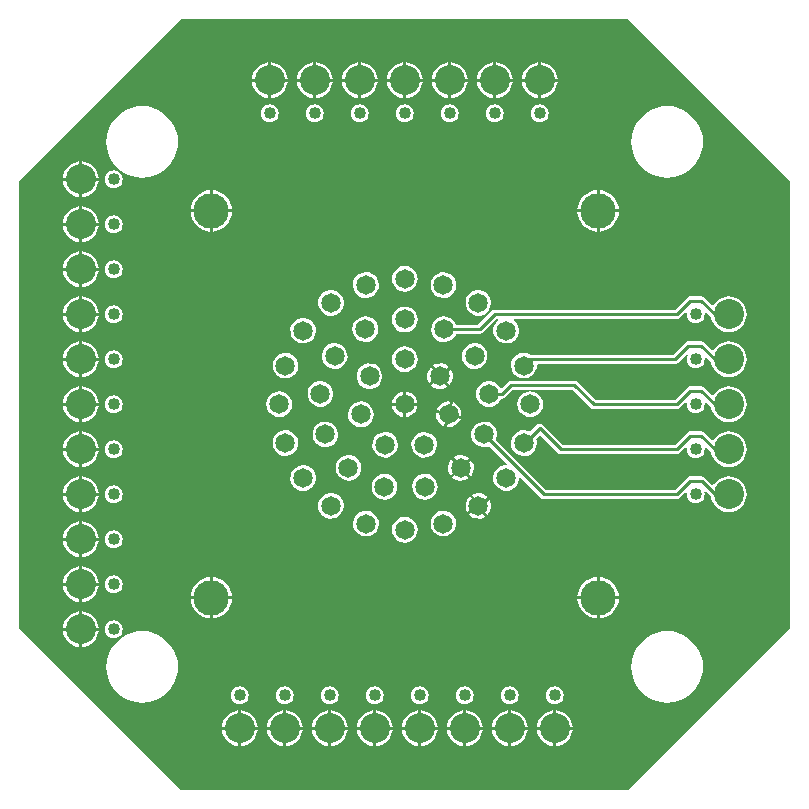
<source format=gbr>
G04 Layer_Physical_Order=2*
G04 Layer_Color=16711680*
%FSLAX26Y26*%
%MOIN*%
%TF.FileFunction,Copper,L2,Bot,Signal*%
%TF.Part,Single*%
G01*
G75*
%TA.AperFunction,Conductor*%
%ADD10C,0.010000*%
%TA.AperFunction,ComponentPad*%
%ADD12C,0.118110*%
%ADD13C,0.065000*%
%ADD14C,0.040000*%
%ADD15C,0.100000*%
G36*
X1284698Y745377D02*
Y-745377D01*
X745377Y-1284698D01*
X-745377D01*
X-1284698Y-745377D01*
Y745377D01*
X-745377Y1284698D01*
X745377D01*
X1284698Y745377D01*
D02*
G37*
%LPC*%
G36*
X126926Y-354734D02*
X115923Y-356773D01*
X105822Y-361591D01*
X97313Y-368858D01*
X90975Y-378080D01*
X87239Y-388629D01*
X86361Y-399785D01*
X88400Y-410788D01*
X93218Y-420889D01*
X100486Y-429398D01*
X109708Y-435736D01*
X120257Y-439472D01*
X131413Y-440350D01*
X142416Y-438310D01*
X152516Y-433493D01*
X161025Y-426225D01*
X167364Y-417003D01*
X171099Y-406454D01*
X171977Y-395298D01*
X169938Y-384295D01*
X165120Y-374195D01*
X157853Y-365685D01*
X148630Y-359347D01*
X138082Y-355612D01*
X126926Y-354734D01*
D02*
G37*
G36*
X-241213Y-295537D02*
X-252400Y-295830D01*
X-263130Y-299008D01*
X-272671Y-304855D01*
X-280374Y-312973D01*
X-285714Y-322807D01*
X-288326Y-333688D01*
X-288033Y-344875D01*
X-284855Y-355605D01*
X-279008Y-365146D01*
X-270891Y-372849D01*
X-261056Y-378189D01*
X-250175Y-380801D01*
X-238988Y-380508D01*
X-228259Y-377330D01*
X-218717Y-371483D01*
X-211014Y-363365D01*
X-205675Y-353531D01*
X-203062Y-342650D01*
X-203355Y-331463D01*
X-206534Y-320734D01*
X-212381Y-311192D01*
X-220498Y-303489D01*
X-230332Y-298150D01*
X-241213Y-295537D01*
D02*
G37*
G36*
X244589Y-345153D02*
X214486Y-367024D01*
X218717Y-371483D01*
X228259Y-377330D01*
X238988Y-380508D01*
X250175Y-380801D01*
X261056Y-378189D01*
X266459Y-375255D01*
X244589Y-345153D01*
D02*
G37*
G36*
X-1085000Y-390202D02*
X-1091762Y-390868D01*
X-1103072Y-394299D01*
X-1113495Y-399870D01*
X-1122632Y-407368D01*
X-1130130Y-416505D01*
X-1135701Y-426928D01*
X-1139132Y-438238D01*
X-1139798Y-445000D01*
X-1085000D01*
Y-390202D01*
D02*
G37*
G36*
X-1075000D02*
Y-445000D01*
X-1020202D01*
X-1020868Y-438238D01*
X-1024299Y-426928D01*
X-1029870Y-416505D01*
X-1037368Y-407368D01*
X-1046505Y-399870D01*
X-1056928Y-394299D01*
X-1068238Y-390868D01*
X-1075000Y-390202D01*
D02*
G37*
G36*
X-126926Y-354734D02*
X-138082Y-355612D01*
X-148630Y-359347D01*
X-157853Y-365685D01*
X-165120Y-374195D01*
X-169938Y-384295D01*
X-171977Y-395298D01*
X-171099Y-406454D01*
X-167364Y-417003D01*
X-161025Y-426225D01*
X-152516Y-433493D01*
X-142416Y-438310D01*
X-131413Y-440350D01*
X-120257Y-439472D01*
X-109708Y-435736D01*
X-100486Y-429398D01*
X-93218Y-420889D01*
X-88400Y-410788D01*
X-86361Y-399785D01*
X-87239Y-388629D01*
X-90975Y-378080D01*
X-97313Y-368858D01*
X-105822Y-361591D01*
X-115923Y-356773D01*
X-126926Y-354734D01*
D02*
G37*
G36*
X-1020202Y-305000D02*
X-1075000D01*
Y-359798D01*
X-1068238Y-359132D01*
X-1056928Y-355701D01*
X-1046505Y-350130D01*
X-1037368Y-342632D01*
X-1029870Y-333495D01*
X-1024299Y-323072D01*
X-1020868Y-311762D01*
X-1020202Y-305000D01*
D02*
G37*
G36*
X216840Y-306961D02*
X212381Y-311192D01*
X206534Y-320734D01*
X203355Y-331463D01*
X203062Y-342650D01*
X205675Y-353531D01*
X208608Y-358934D01*
X238711Y-337063D01*
X216840Y-306961D01*
D02*
G37*
G36*
X241213Y-295537D02*
X230332Y-298150D01*
X224930Y-301083D01*
X246801Y-331185D01*
X276903Y-309315D01*
X272671Y-304855D01*
X263130Y-299008D01*
X252400Y-295830D01*
X241213Y-295537D01*
D02*
G37*
G36*
X282781Y-317405D02*
X252679Y-339275D01*
X274549Y-369377D01*
X279008Y-365146D01*
X284855Y-355605D01*
X288033Y-344875D01*
X288326Y-333688D01*
X285714Y-322807D01*
X282781Y-317405D01*
D02*
G37*
G36*
X268916Y-57717D02*
X257730Y-58054D01*
X247014Y-61275D01*
X237495Y-67160D01*
X229825Y-75308D01*
X224524Y-85163D01*
X221955Y-96055D01*
X222293Y-107240D01*
X225514Y-117957D01*
X231399Y-127475D01*
X239547Y-135146D01*
X249402Y-140446D01*
X260294Y-143015D01*
X271479Y-142678D01*
X282097Y-139487D01*
X340721Y-198111D01*
X338704Y-203166D01*
X331463Y-203355D01*
X320734Y-206534D01*
X311192Y-212381D01*
X303489Y-220498D01*
X298150Y-230332D01*
X295537Y-241213D01*
X295830Y-252400D01*
X299008Y-263130D01*
X304855Y-272671D01*
X312973Y-280374D01*
X322807Y-285714D01*
X333688Y-288326D01*
X344875Y-288033D01*
X355605Y-284855D01*
X365146Y-279008D01*
X372849Y-270891D01*
X378189Y-261056D01*
X380801Y-250175D01*
X380669Y-245130D01*
X385615Y-243005D01*
X453424Y-310814D01*
X458386Y-314130D01*
X464239Y-315294D01*
X906360D01*
X912213Y-314130D01*
X917175Y-310814D01*
X935715Y-292274D01*
X940451Y-294610D01*
X939741Y-300000D01*
X940772Y-307832D01*
X943795Y-315129D01*
X948604Y-321396D01*
X954871Y-326205D01*
X962168Y-329228D01*
X970000Y-330259D01*
X977832Y-329228D01*
X985129Y-326205D01*
X991396Y-321396D01*
X996205Y-315129D01*
X999228Y-307832D01*
X1000259Y-300000D01*
X999343Y-293043D01*
X1001360Y-291387D01*
X1003847Y-290476D01*
X1020402Y-307031D01*
X1020868Y-311762D01*
X1024299Y-323072D01*
X1029870Y-333495D01*
X1037368Y-342632D01*
X1046505Y-350130D01*
X1056928Y-355701D01*
X1068238Y-359132D01*
X1080000Y-360290D01*
X1091762Y-359132D01*
X1103072Y-355701D01*
X1113495Y-350130D01*
X1122632Y-342632D01*
X1130130Y-333495D01*
X1135701Y-323072D01*
X1139132Y-311762D01*
X1140290Y-300000D01*
X1139132Y-288238D01*
X1135701Y-276928D01*
X1130130Y-266505D01*
X1122632Y-257368D01*
X1113495Y-249870D01*
X1103072Y-244299D01*
X1091762Y-240868D01*
X1080000Y-239710D01*
X1068238Y-240868D01*
X1056928Y-244299D01*
X1046505Y-249870D01*
X1037368Y-257368D01*
X1030021Y-266321D01*
X1029001Y-267268D01*
X1024556Y-267927D01*
X1000814Y-244186D01*
X995853Y-240870D01*
X990000Y-239706D01*
X951360D01*
X945508Y-240870D01*
X940546Y-244186D01*
X900025Y-284706D01*
X470574D01*
X303549Y-117681D01*
X304685Y-115569D01*
X307254Y-104677D01*
X306917Y-93492D01*
X303696Y-82775D01*
X297811Y-73257D01*
X289663Y-65586D01*
X279807Y-60286D01*
X268916Y-57717D01*
D02*
G37*
G36*
X-1085000Y-305000D02*
X-1139798D01*
X-1139132Y-311762D01*
X-1135701Y-323072D01*
X-1130130Y-333495D01*
X-1122632Y-342632D01*
X-1113495Y-350130D01*
X-1103072Y-355701D01*
X-1091762Y-359132D01*
X-1085000Y-359798D01*
Y-305000D01*
D02*
G37*
G36*
X0Y-375133D02*
X-11095Y-376594D01*
X-21433Y-380876D01*
X-30311Y-387689D01*
X-37124Y-396567D01*
X-41406Y-406905D01*
X-42867Y-418000D01*
X-41406Y-429095D01*
X-37124Y-439433D01*
X-30311Y-448311D01*
X-21433Y-455124D01*
X-11095Y-459406D01*
X0Y-460867D01*
X11095Y-459406D01*
X21433Y-455124D01*
X30311Y-448311D01*
X37124Y-439433D01*
X41406Y-429095D01*
X42867Y-418000D01*
X41406Y-406905D01*
X37124Y-396567D01*
X30311Y-387689D01*
X21433Y-380876D01*
X11095Y-376594D01*
X0Y-375133D01*
D02*
G37*
G36*
X-639882Y-575985D02*
Y-639882D01*
X-575985D01*
X-576826Y-631345D01*
X-580775Y-618328D01*
X-587187Y-606331D01*
X-595816Y-595816D01*
X-606331Y-587187D01*
X-618328Y-580775D01*
X-631345Y-576826D01*
X-639882Y-575985D01*
D02*
G37*
G36*
X639882D02*
X631345Y-576826D01*
X618328Y-580775D01*
X606331Y-587187D01*
X595816Y-595816D01*
X587187Y-606331D01*
X580775Y-618328D01*
X576826Y-631345D01*
X575985Y-639882D01*
X639882D01*
Y-575985D01*
D02*
G37*
G36*
X649882D02*
Y-639882D01*
X713779D01*
X712938Y-631345D01*
X708989Y-618328D01*
X702577Y-606331D01*
X693947Y-595816D01*
X683433Y-587187D01*
X671436Y-580775D01*
X658419Y-576826D01*
X649882Y-575985D01*
D02*
G37*
G36*
X-1085000Y-605000D02*
X-1139798D01*
X-1139132Y-611762D01*
X-1135701Y-623072D01*
X-1130130Y-633495D01*
X-1122632Y-642632D01*
X-1113495Y-650130D01*
X-1103072Y-655701D01*
X-1091762Y-659132D01*
X-1085000Y-659798D01*
Y-605000D01*
D02*
G37*
G36*
X-1020202D02*
X-1075000D01*
Y-659798D01*
X-1068238Y-659132D01*
X-1056928Y-655701D01*
X-1046505Y-650130D01*
X-1037368Y-642632D01*
X-1029870Y-633495D01*
X-1024299Y-623072D01*
X-1020868Y-611762D01*
X-1020202Y-605000D01*
D02*
G37*
G36*
X-649882Y-575985D02*
X-658419Y-576826D01*
X-671436Y-580775D01*
X-683433Y-587187D01*
X-693947Y-595816D01*
X-702577Y-606331D01*
X-708989Y-618328D01*
X-712938Y-631345D01*
X-713779Y-639882D01*
X-649882D01*
Y-575985D01*
D02*
G37*
G36*
X-1085000Y-455000D02*
X-1139798D01*
X-1139132Y-461762D01*
X-1135701Y-473072D01*
X-1130130Y-483495D01*
X-1122632Y-492632D01*
X-1113495Y-500130D01*
X-1103072Y-505701D01*
X-1091762Y-509132D01*
X-1085000Y-509798D01*
Y-455000D01*
D02*
G37*
G36*
X-1020202D02*
X-1075000D01*
Y-509798D01*
X-1068238Y-509132D01*
X-1056928Y-505701D01*
X-1046505Y-500130D01*
X-1037368Y-492632D01*
X-1029870Y-483495D01*
X-1024299Y-473072D01*
X-1020868Y-461762D01*
X-1020202Y-455000D01*
D02*
G37*
G36*
X-970000Y-419741D02*
X-977832Y-420772D01*
X-985129Y-423795D01*
X-991396Y-428604D01*
X-996205Y-434871D01*
X-999228Y-442168D01*
X-1000259Y-450000D01*
X-999228Y-457832D01*
X-996205Y-465129D01*
X-991396Y-471396D01*
X-985129Y-476205D01*
X-977832Y-479228D01*
X-970000Y-480259D01*
X-962168Y-479228D01*
X-954871Y-476205D01*
X-948604Y-471396D01*
X-943795Y-465129D01*
X-940772Y-457832D01*
X-939741Y-450000D01*
X-940772Y-442168D01*
X-943795Y-434871D01*
X-948604Y-428604D01*
X-954871Y-423795D01*
X-962168Y-420772D01*
X-970000Y-419741D01*
D02*
G37*
G36*
Y-569741D02*
X-977832Y-570772D01*
X-985129Y-573795D01*
X-991396Y-578604D01*
X-996205Y-584871D01*
X-999228Y-592168D01*
X-1000259Y-600000D01*
X-999228Y-607832D01*
X-996205Y-615129D01*
X-991396Y-621396D01*
X-985129Y-626205D01*
X-977832Y-629228D01*
X-970000Y-630259D01*
X-962168Y-629228D01*
X-954871Y-626205D01*
X-948604Y-621396D01*
X-943795Y-615129D01*
X-940772Y-607832D01*
X-939741Y-600000D01*
X-940772Y-592168D01*
X-943795Y-584871D01*
X-948604Y-578604D01*
X-954871Y-573795D01*
X-962168Y-570772D01*
X-970000Y-569741D01*
D02*
G37*
G36*
X-1085000Y-540202D02*
X-1091762Y-540868D01*
X-1103072Y-544299D01*
X-1113495Y-549870D01*
X-1122632Y-557368D01*
X-1130130Y-566505D01*
X-1135701Y-576928D01*
X-1139132Y-588238D01*
X-1139798Y-595000D01*
X-1085000D01*
Y-540202D01*
D02*
G37*
G36*
X-1075000D02*
Y-595000D01*
X-1020202D01*
X-1020868Y-588238D01*
X-1024299Y-576928D01*
X-1029870Y-566505D01*
X-1037368Y-557368D01*
X-1046505Y-549870D01*
X-1056928Y-544299D01*
X-1068238Y-540868D01*
X-1075000Y-540202D01*
D02*
G37*
G36*
X-399785Y-86361D02*
X-410788Y-88400D01*
X-420889Y-93218D01*
X-429398Y-100486D01*
X-435736Y-109708D01*
X-439472Y-120257D01*
X-440350Y-131413D01*
X-438310Y-142416D01*
X-433493Y-152516D01*
X-426225Y-161025D01*
X-417003Y-167364D01*
X-406454Y-171099D01*
X-395298Y-171977D01*
X-384295Y-169938D01*
X-374195Y-165120D01*
X-365685Y-157853D01*
X-359347Y-148630D01*
X-355612Y-138082D01*
X-354734Y-126926D01*
X-356773Y-115923D01*
X-361591Y-105822D01*
X-368858Y-97313D01*
X-378080Y-90975D01*
X-388629Y-87239D01*
X-399785Y-86361D01*
D02*
G37*
G36*
X-1085000Y-90202D02*
X-1091762Y-90868D01*
X-1103072Y-94299D01*
X-1113495Y-99870D01*
X-1122632Y-107368D01*
X-1130130Y-116504D01*
X-1135701Y-126928D01*
X-1139132Y-138238D01*
X-1139798Y-145000D01*
X-1085000D01*
Y-90202D01*
D02*
G37*
G36*
X-1075000D02*
Y-145000D01*
X-1020202D01*
X-1020868Y-138238D01*
X-1024299Y-126928D01*
X-1029870Y-116504D01*
X-1037368Y-107368D01*
X-1046505Y-99870D01*
X-1056928Y-94299D01*
X-1068238Y-90868D01*
X-1075000Y-90202D01*
D02*
G37*
G36*
X-970000Y-119741D02*
X-977832Y-120772D01*
X-985129Y-123795D01*
X-991396Y-128604D01*
X-996205Y-134871D01*
X-999228Y-142168D01*
X-1000259Y-150000D01*
X-999228Y-157832D01*
X-996205Y-165129D01*
X-991396Y-171396D01*
X-985129Y-176205D01*
X-977832Y-179228D01*
X-970000Y-180259D01*
X-962168Y-179228D01*
X-954871Y-176205D01*
X-948604Y-171396D01*
X-943795Y-165129D01*
X-940772Y-157832D01*
X-939741Y-150000D01*
X-940772Y-142168D01*
X-943795Y-134871D01*
X-948604Y-128604D01*
X-954871Y-123795D01*
X-962168Y-120772D01*
X-970000Y-119741D01*
D02*
G37*
G36*
X68282Y-92401D02*
X57109Y-93028D01*
X46480Y-96526D01*
X37117Y-102655D01*
X29660Y-110999D01*
X24617Y-120988D01*
X22331Y-131943D01*
X22957Y-143116D01*
X26455Y-153745D01*
X32584Y-163108D01*
X40928Y-170565D01*
X50918Y-175608D01*
X61872Y-177895D01*
X73045Y-177268D01*
X83675Y-173770D01*
X93037Y-167641D01*
X100494Y-159297D01*
X105538Y-149308D01*
X107824Y-138353D01*
X107197Y-127180D01*
X103700Y-116550D01*
X97570Y-107188D01*
X89226Y-99731D01*
X79237Y-94687D01*
X68282Y-92401D01*
D02*
G37*
G36*
X-68289Y-92396D02*
X-79243Y-94682D01*
X-89233Y-99725D01*
X-97578Y-107181D01*
X-103708Y-116543D01*
X-107206Y-127173D01*
X-107834Y-138346D01*
X-105548Y-149300D01*
X-100505Y-159290D01*
X-93049Y-167634D01*
X-83687Y-173764D01*
X-73057Y-177263D01*
X-61884Y-177890D01*
X-50930Y-175605D01*
X-40940Y-170562D01*
X-32596Y-163106D01*
X-26466Y-153744D01*
X-22967Y-143114D01*
X-22340Y-131941D01*
X-24625Y-120987D01*
X-29668Y-110997D01*
X-37124Y-102652D01*
X-46486Y-96522D01*
X-57116Y-93024D01*
X-68289Y-92396D01*
D02*
G37*
G36*
X-144636Y9461D02*
X-155778Y8417D01*
X-166269Y4524D01*
X-175396Y-1951D01*
X-182536Y-10568D01*
X-187202Y-20739D01*
X-189077Y-31771D01*
X-188032Y-42913D01*
X-184139Y-53405D01*
X-177664Y-62531D01*
X-169047Y-69671D01*
X-158876Y-74337D01*
X-147844Y-76212D01*
X-136702Y-75167D01*
X-126210Y-71275D01*
X-117084Y-64799D01*
X-109944Y-56182D01*
X-105278Y-46011D01*
X-103403Y-34979D01*
X-104448Y-23837D01*
X-108340Y-13346D01*
X-114816Y-4219D01*
X-123433Y2921D01*
X-133604Y7587D01*
X-144636Y9461D01*
D02*
G37*
G36*
X103975Y-28866D02*
X103401Y-34986D01*
X105275Y-46019D01*
X109940Y-56190D01*
X117079Y-64808D01*
X126205Y-71284D01*
X131969Y-73422D01*
X140250Y-37147D01*
X103975Y-28866D01*
D02*
G37*
G36*
X-1085000Y-5000D02*
X-1139798D01*
X-1139132Y-11762D01*
X-1135701Y-23072D01*
X-1130130Y-33495D01*
X-1122632Y-42632D01*
X-1113495Y-50130D01*
X-1103072Y-55701D01*
X-1091762Y-59132D01*
X-1085000Y-59798D01*
Y-5000D01*
D02*
G37*
G36*
X-268920Y-57698D02*
X-279812Y-60266D01*
X-289668Y-65566D01*
X-297816Y-73236D01*
X-303702Y-82754D01*
X-306923Y-93470D01*
X-307262Y-104656D01*
X-304693Y-115547D01*
X-299394Y-125403D01*
X-291723Y-133552D01*
X-282206Y-139437D01*
X-271489Y-142659D01*
X-260304Y-142997D01*
X-249412Y-140429D01*
X-239556Y-135129D01*
X-231408Y-127459D01*
X-225522Y-117941D01*
X-222300Y-107225D01*
X-221962Y-96039D01*
X-224530Y-85148D01*
X-229830Y-75292D01*
X-237500Y-67143D01*
X-247018Y-61258D01*
X-257735Y-58036D01*
X-268920Y-57698D01*
D02*
G37*
G36*
X450000Y-64706D02*
X444147Y-65870D01*
X439186Y-69186D01*
X417005Y-91366D01*
X410788Y-88400D01*
X399785Y-86361D01*
X388629Y-87239D01*
X378080Y-90975D01*
X368858Y-97313D01*
X361591Y-105822D01*
X356773Y-115923D01*
X354734Y-126926D01*
X355612Y-138082D01*
X359347Y-148630D01*
X365685Y-157853D01*
X374195Y-165120D01*
X384295Y-169938D01*
X395298Y-171977D01*
X406454Y-171099D01*
X417003Y-167364D01*
X426225Y-161025D01*
X433493Y-152516D01*
X438310Y-142416D01*
X440350Y-131413D01*
X439472Y-120257D01*
X437353Y-114275D01*
X450000Y-101629D01*
X509185Y-160814D01*
X514147Y-164130D01*
X520000Y-165294D01*
X906360D01*
X912213Y-164130D01*
X917175Y-160814D01*
X935715Y-142274D01*
X940451Y-144610D01*
X939741Y-150000D01*
X940772Y-157832D01*
X943795Y-165129D01*
X948604Y-171396D01*
X954871Y-176205D01*
X962168Y-179228D01*
X970000Y-180259D01*
X977832Y-179228D01*
X985129Y-176205D01*
X991396Y-171396D01*
X996205Y-165129D01*
X999228Y-157832D01*
X1000259Y-150000D01*
X999549Y-144610D01*
X1004285Y-142274D01*
X1020551Y-158540D01*
X1020868Y-161762D01*
X1024299Y-173072D01*
X1029870Y-183495D01*
X1037368Y-192632D01*
X1046505Y-200130D01*
X1056928Y-205701D01*
X1068238Y-209132D01*
X1080000Y-210290D01*
X1091762Y-209132D01*
X1103072Y-205701D01*
X1113495Y-200130D01*
X1122632Y-192632D01*
X1130130Y-183495D01*
X1135701Y-173072D01*
X1139132Y-161762D01*
X1140290Y-150000D01*
X1139132Y-138238D01*
X1135701Y-126928D01*
X1130130Y-116504D01*
X1122632Y-107368D01*
X1113495Y-99870D01*
X1103072Y-94299D01*
X1091762Y-90868D01*
X1080000Y-89710D01*
X1068238Y-90868D01*
X1056928Y-94299D01*
X1046505Y-99870D01*
X1037368Y-107368D01*
X1029870Y-116504D01*
X1029028Y-118080D01*
X1024082Y-118814D01*
X999454Y-94186D01*
X994492Y-90870D01*
X988640Y-89706D01*
X951360D01*
X945508Y-90870D01*
X940546Y-94186D01*
X900025Y-134706D01*
X526335D01*
X460814Y-69186D01*
X455853Y-65870D01*
X450000Y-64706D01*
D02*
G37*
G36*
X150000Y-39373D02*
X141718Y-75648D01*
X147838Y-76222D01*
X158871Y-74348D01*
X169042Y-69683D01*
X177660Y-62544D01*
X184136Y-53417D01*
X186274Y-47654D01*
X150000Y-39373D01*
D02*
G37*
G36*
X190245Y-169048D02*
X179082Y-169836D01*
X168503Y-173486D01*
X163409Y-176927D01*
X188082Y-204779D01*
X215934Y-180106D01*
X211292Y-176076D01*
X201231Y-171177D01*
X190245Y-169048D01*
D02*
G37*
G36*
X-1085000Y-240202D02*
X-1091762Y-240868D01*
X-1103072Y-244299D01*
X-1113495Y-249870D01*
X-1122632Y-257368D01*
X-1130130Y-266505D01*
X-1135701Y-276928D01*
X-1139132Y-288238D01*
X-1139798Y-295000D01*
X-1085000D01*
Y-240202D01*
D02*
G37*
G36*
X-1075000D02*
Y-295000D01*
X-1020202D01*
X-1020868Y-288238D01*
X-1024299Y-276928D01*
X-1029870Y-266505D01*
X-1037368Y-257368D01*
X-1046505Y-249870D01*
X-1056928Y-244299D01*
X-1068238Y-240868D01*
X-1075000Y-240202D01*
D02*
G37*
G36*
X-342650Y-203062D02*
X-353531Y-205675D01*
X-363365Y-211014D01*
X-371483Y-218717D01*
X-377330Y-228259D01*
X-380508Y-238988D01*
X-380801Y-250175D01*
X-378189Y-261056D01*
X-372849Y-270891D01*
X-365146Y-279008D01*
X-355605Y-284855D01*
X-344875Y-288033D01*
X-333688Y-288326D01*
X-322807Y-285714D01*
X-312973Y-280374D01*
X-304855Y-272671D01*
X-299008Y-263130D01*
X-295830Y-252400D01*
X-295537Y-241213D01*
X-298150Y-230332D01*
X-303489Y-220498D01*
X-311192Y-212381D01*
X-320734Y-206534D01*
X-331463Y-203355D01*
X-342650Y-203062D01*
D02*
G37*
G36*
X-970000Y-269741D02*
X-977832Y-270772D01*
X-985129Y-273795D01*
X-991396Y-278604D01*
X-996205Y-284871D01*
X-999228Y-292168D01*
X-1000259Y-300000D01*
X-999228Y-307832D01*
X-996205Y-315129D01*
X-991396Y-321396D01*
X-985129Y-326205D01*
X-977832Y-329228D01*
X-970000Y-330259D01*
X-962168Y-329228D01*
X-954871Y-326205D01*
X-948604Y-321396D01*
X-943795Y-315129D01*
X-940772Y-307832D01*
X-939741Y-300000D01*
X-940772Y-292168D01*
X-943795Y-284871D01*
X-948604Y-278604D01*
X-954871Y-273795D01*
X-962168Y-270772D01*
X-970000Y-269741D01*
D02*
G37*
G36*
X68581Y-231921D02*
X57459Y-233158D01*
X47036Y-237231D01*
X38022Y-243862D01*
X31032Y-252601D01*
X26542Y-262851D01*
X24858Y-273914D01*
X26095Y-285036D01*
X30167Y-295459D01*
X36799Y-304473D01*
X45538Y-311463D01*
X55788Y-315953D01*
X66851Y-317637D01*
X77973Y-316401D01*
X88396Y-312328D01*
X97410Y-305696D01*
X104400Y-296957D01*
X108890Y-286707D01*
X110574Y-275644D01*
X109338Y-264522D01*
X105265Y-254099D01*
X98633Y-245085D01*
X89894Y-238095D01*
X79644Y-233605D01*
X68581Y-231921D01*
D02*
G37*
G36*
X-68597Y-231916D02*
X-79660Y-233600D01*
X-89911Y-238089D01*
X-98650Y-245078D01*
X-105282Y-254092D01*
X-109356Y-264514D01*
X-110593Y-275636D01*
X-108910Y-286699D01*
X-104420Y-296950D01*
X-97431Y-305689D01*
X-88418Y-312322D01*
X-77995Y-316395D01*
X-66873Y-317632D01*
X-55810Y-315949D01*
X-45560Y-311460D01*
X-36821Y-304470D01*
X-30188Y-295457D01*
X-26114Y-285034D01*
X-24877Y-273913D01*
X-26561Y-262849D01*
X-31050Y-252599D01*
X-38039Y-243860D01*
X-47053Y-237227D01*
X-57475Y-233154D01*
X-68597Y-231916D01*
D02*
G37*
G36*
X155924Y-183558D02*
X151894Y-188199D01*
X146994Y-198260D01*
X144866Y-209246D01*
X145654Y-220409D01*
X149304Y-230988D01*
X152745Y-236082D01*
X180596Y-211410D01*
X155924Y-183558D01*
D02*
G37*
G36*
X-1085000Y-155000D02*
X-1139798D01*
X-1139132Y-161762D01*
X-1135701Y-173072D01*
X-1130130Y-183495D01*
X-1122632Y-192632D01*
X-1113495Y-200130D01*
X-1103072Y-205701D01*
X-1091762Y-209132D01*
X-1085000Y-209798D01*
Y-155000D01*
D02*
G37*
G36*
X-1020202D02*
X-1075000D01*
Y-209798D01*
X-1068238Y-209132D01*
X-1056928Y-205701D01*
X-1046505Y-200130D01*
X-1037368Y-192632D01*
X-1029870Y-183495D01*
X-1024299Y-173072D01*
X-1020868Y-161762D01*
X-1020202Y-155000D01*
D02*
G37*
G36*
X187227Y-218895D02*
X159375Y-243567D01*
X164017Y-247597D01*
X174078Y-252497D01*
X185065Y-254625D01*
X196227Y-253837D01*
X206806Y-250188D01*
X211899Y-246747D01*
X187227Y-218895D01*
D02*
G37*
G36*
X-190256Y-169035D02*
X-201243Y-171162D01*
X-211304Y-176061D01*
X-219755Y-183397D01*
X-226019Y-192670D01*
X-229670Y-203248D01*
X-230458Y-214411D01*
X-228331Y-225397D01*
X-223432Y-235458D01*
X-216096Y-243909D01*
X-206823Y-250173D01*
X-196245Y-253824D01*
X-185082Y-254612D01*
X-174096Y-252484D01*
X-164035Y-247586D01*
X-155584Y-240250D01*
X-149320Y-230977D01*
X-145669Y-220399D01*
X-144881Y-209236D01*
X-147008Y-198250D01*
X-151907Y-188189D01*
X-159243Y-179738D01*
X-168516Y-173474D01*
X-179094Y-169823D01*
X-190256Y-169035D01*
D02*
G37*
G36*
X222565Y-187591D02*
X194713Y-212264D01*
X219385Y-240116D01*
X223415Y-235474D01*
X228315Y-225413D01*
X230443Y-214427D01*
X229655Y-203264D01*
X226006Y-192685D01*
X222565Y-187591D01*
D02*
G37*
G36*
X713779Y-649882D02*
X649882D01*
Y-713779D01*
X658419Y-712938D01*
X671436Y-708989D01*
X683433Y-702577D01*
X693947Y-693947D01*
X702577Y-683433D01*
X708989Y-671436D01*
X712938Y-658419D01*
X713779Y-649882D01*
D02*
G37*
G36*
X-555000Y-1020202D02*
X-561762Y-1020868D01*
X-573072Y-1024299D01*
X-583495Y-1029870D01*
X-592632Y-1037368D01*
X-600130Y-1046505D01*
X-605701Y-1056928D01*
X-609132Y-1068238D01*
X-609798Y-1075000D01*
X-555000D01*
Y-1020202D01*
D02*
G37*
G36*
X-405000D02*
X-411762Y-1020868D01*
X-423072Y-1024299D01*
X-433495Y-1029870D01*
X-442632Y-1037368D01*
X-450130Y-1046505D01*
X-455701Y-1056928D01*
X-459132Y-1068238D01*
X-459798Y-1075000D01*
X-405000D01*
Y-1020202D01*
D02*
G37*
G36*
X-255000D02*
X-261762Y-1020868D01*
X-273072Y-1024299D01*
X-283495Y-1029870D01*
X-292632Y-1037368D01*
X-300130Y-1046505D01*
X-305701Y-1056928D01*
X-309132Y-1068238D01*
X-309798Y-1075000D01*
X-255000D01*
Y-1020202D01*
D02*
G37*
G36*
X109798Y-1085000D02*
X55000D01*
Y-1139798D01*
X61762Y-1139132D01*
X73072Y-1135701D01*
X83496Y-1130130D01*
X92632Y-1122632D01*
X100130Y-1113495D01*
X105701Y-1103072D01*
X109132Y-1091762D01*
X109798Y-1085000D01*
D02*
G37*
G36*
X259798D02*
X205000D01*
Y-1139798D01*
X211762Y-1139132D01*
X223072Y-1135701D01*
X233495Y-1130130D01*
X242632Y-1122632D01*
X250130Y-1113495D01*
X255701Y-1103072D01*
X259132Y-1091762D01*
X259798Y-1085000D01*
D02*
G37*
G36*
X409798D02*
X355000D01*
Y-1139798D01*
X361762Y-1139132D01*
X373072Y-1135701D01*
X383495Y-1130130D01*
X392632Y-1122632D01*
X400130Y-1113495D01*
X405701Y-1103072D01*
X409132Y-1091762D01*
X409798Y-1085000D01*
D02*
G37*
G36*
X345000Y-1020202D02*
X338238Y-1020868D01*
X326928Y-1024299D01*
X316505Y-1029870D01*
X307368Y-1037368D01*
X299870Y-1046505D01*
X294299Y-1056928D01*
X290868Y-1068238D01*
X290202Y-1075000D01*
X345000D01*
Y-1020202D01*
D02*
G37*
G36*
X495000D02*
X488238Y-1020868D01*
X476928Y-1024299D01*
X466505Y-1029870D01*
X457368Y-1037368D01*
X449870Y-1046505D01*
X444299Y-1056928D01*
X440868Y-1068238D01*
X440202Y-1075000D01*
X495000D01*
Y-1020202D01*
D02*
G37*
G36*
X-545000D02*
Y-1075000D01*
X-490202D01*
X-490868Y-1068238D01*
X-494299Y-1056928D01*
X-499870Y-1046505D01*
X-507368Y-1037368D01*
X-516505Y-1029870D01*
X-526928Y-1024299D01*
X-538238Y-1020868D01*
X-545000Y-1020202D01*
D02*
G37*
G36*
X-105000D02*
X-111762Y-1020868D01*
X-123072Y-1024299D01*
X-133495Y-1029870D01*
X-142632Y-1037368D01*
X-150130Y-1046505D01*
X-155701Y-1056928D01*
X-159132Y-1068238D01*
X-159798Y-1075000D01*
X-105000D01*
Y-1020202D01*
D02*
G37*
G36*
X45000D02*
X38238Y-1020868D01*
X26928Y-1024299D01*
X16505Y-1029870D01*
X7368Y-1037368D01*
X-130Y-1046505D01*
X-5701Y-1056928D01*
X-9132Y-1068238D01*
X-9798Y-1075000D01*
X45000D01*
Y-1020202D01*
D02*
G37*
G36*
X195000D02*
X188238Y-1020868D01*
X176928Y-1024299D01*
X166505Y-1029870D01*
X157368Y-1037368D01*
X149870Y-1046505D01*
X144299Y-1056928D01*
X140868Y-1068238D01*
X140202Y-1075000D01*
X195000D01*
Y-1020202D01*
D02*
G37*
G36*
X-40202Y-1085000D02*
X-95000D01*
Y-1139798D01*
X-88238Y-1139132D01*
X-76928Y-1135701D01*
X-66504Y-1130130D01*
X-57368Y-1122632D01*
X-49870Y-1113495D01*
X-44299Y-1103072D01*
X-40868Y-1091762D01*
X-40202Y-1085000D01*
D02*
G37*
G36*
X-105000D02*
X-159798D01*
X-159132Y-1091762D01*
X-155701Y-1103072D01*
X-150130Y-1113495D01*
X-142632Y-1122632D01*
X-133495Y-1130130D01*
X-123072Y-1135701D01*
X-111762Y-1139132D01*
X-105000Y-1139798D01*
Y-1085000D01*
D02*
G37*
G36*
X45000D02*
X-9798D01*
X-9132Y-1091762D01*
X-5701Y-1103072D01*
X-130Y-1113495D01*
X7368Y-1122632D01*
X16505Y-1130130D01*
X26928Y-1135701D01*
X38238Y-1139132D01*
X45000Y-1139798D01*
Y-1085000D01*
D02*
G37*
G36*
X195000D02*
X140202D01*
X140868Y-1091762D01*
X144299Y-1103072D01*
X149870Y-1113495D01*
X157368Y-1122632D01*
X166505Y-1130130D01*
X176928Y-1135701D01*
X188238Y-1139132D01*
X195000Y-1139798D01*
Y-1085000D01*
D02*
G37*
G36*
X-555000D02*
X-609798D01*
X-609132Y-1091762D01*
X-605701Y-1103072D01*
X-600130Y-1113495D01*
X-592632Y-1122632D01*
X-583495Y-1130130D01*
X-573072Y-1135701D01*
X-561762Y-1139132D01*
X-555000Y-1139798D01*
Y-1085000D01*
D02*
G37*
G36*
X-405000D02*
X-459798D01*
X-459132Y-1091762D01*
X-455701Y-1103072D01*
X-450130Y-1113495D01*
X-442632Y-1122632D01*
X-433495Y-1130130D01*
X-423072Y-1135701D01*
X-411762Y-1139132D01*
X-405000Y-1139798D01*
Y-1085000D01*
D02*
G37*
G36*
X-255000D02*
X-309798D01*
X-309132Y-1091762D01*
X-305701Y-1103072D01*
X-300130Y-1113495D01*
X-292632Y-1122632D01*
X-283495Y-1130130D01*
X-273072Y-1135701D01*
X-261762Y-1139132D01*
X-255000Y-1139798D01*
Y-1085000D01*
D02*
G37*
G36*
X559798D02*
X505000D01*
Y-1139798D01*
X511762Y-1139132D01*
X523072Y-1135701D01*
X533495Y-1130130D01*
X542632Y-1122632D01*
X550130Y-1113495D01*
X555701Y-1103072D01*
X559132Y-1091762D01*
X559798Y-1085000D01*
D02*
G37*
G36*
X-490202D02*
X-545000D01*
Y-1139798D01*
X-538238Y-1139132D01*
X-526928Y-1135701D01*
X-516505Y-1130130D01*
X-507368Y-1122632D01*
X-499870Y-1113495D01*
X-494299Y-1103072D01*
X-490868Y-1091762D01*
X-490202Y-1085000D01*
D02*
G37*
G36*
X-340202D02*
X-395000D01*
Y-1139798D01*
X-388238Y-1139132D01*
X-376928Y-1135701D01*
X-366505Y-1130130D01*
X-357368Y-1122632D01*
X-349870Y-1113495D01*
X-344299Y-1103072D01*
X-340868Y-1091762D01*
X-340202Y-1085000D01*
D02*
G37*
G36*
X345000D02*
X290202D01*
X290868Y-1091762D01*
X294299Y-1103072D01*
X299870Y-1113495D01*
X307368Y-1122632D01*
X316505Y-1130130D01*
X326928Y-1135701D01*
X338238Y-1139132D01*
X345000Y-1139798D01*
Y-1085000D01*
D02*
G37*
G36*
X495000D02*
X440202D01*
X440868Y-1091762D01*
X444299Y-1103072D01*
X449870Y-1113495D01*
X457368Y-1122632D01*
X466505Y-1130130D01*
X476928Y-1135701D01*
X488238Y-1139132D01*
X495000Y-1139798D01*
Y-1085000D01*
D02*
G37*
G36*
X-190202D02*
X-245000D01*
Y-1139798D01*
X-238238Y-1139132D01*
X-226928Y-1135701D01*
X-216505Y-1130130D01*
X-207368Y-1122632D01*
X-199870Y-1113495D01*
X-194299Y-1103072D01*
X-190868Y-1091762D01*
X-190202Y-1085000D01*
D02*
G37*
G36*
X875000Y-755735D02*
X856343Y-757203D01*
X838145Y-761572D01*
X820855Y-768734D01*
X804898Y-778512D01*
X790667Y-790667D01*
X778512Y-804898D01*
X768734Y-820855D01*
X761572Y-838145D01*
X757203Y-856343D01*
X755735Y-875000D01*
X757203Y-893657D01*
X761572Y-911855D01*
X768734Y-929145D01*
X778512Y-945102D01*
X790667Y-959333D01*
X804898Y-971488D01*
X820855Y-981266D01*
X838145Y-988428D01*
X856343Y-992797D01*
X875000Y-994265D01*
X893657Y-992797D01*
X911855Y-988428D01*
X929145Y-981266D01*
X945102Y-971488D01*
X959333Y-959333D01*
X971488Y-945102D01*
X981266Y-929145D01*
X988428Y-911855D01*
X992797Y-893657D01*
X994265Y-875000D01*
X992797Y-856343D01*
X988428Y-838145D01*
X981266Y-820855D01*
X971488Y-804898D01*
X959333Y-790667D01*
X945102Y-778512D01*
X929145Y-768734D01*
X911855Y-761572D01*
X893657Y-757203D01*
X875000Y-755735D01*
D02*
G37*
G36*
X-1085000Y-755000D02*
X-1139798D01*
X-1139132Y-761762D01*
X-1135701Y-773072D01*
X-1130130Y-783495D01*
X-1122632Y-792632D01*
X-1113495Y-800130D01*
X-1103072Y-805701D01*
X-1091762Y-809132D01*
X-1085000Y-809798D01*
Y-755000D01*
D02*
G37*
G36*
X-1020202D02*
X-1075000D01*
Y-809798D01*
X-1068238Y-809132D01*
X-1056928Y-805701D01*
X-1046505Y-800130D01*
X-1037368Y-792632D01*
X-1029870Y-783495D01*
X-1024299Y-773072D01*
X-1020868Y-761762D01*
X-1020202Y-755000D01*
D02*
G37*
G36*
X350000Y-939741D02*
X342168Y-940772D01*
X334871Y-943795D01*
X328604Y-948604D01*
X323795Y-954871D01*
X320772Y-962168D01*
X319741Y-970000D01*
X320772Y-977832D01*
X323795Y-985129D01*
X328604Y-991396D01*
X334871Y-996205D01*
X342168Y-999228D01*
X350000Y-1000259D01*
X357832Y-999228D01*
X365129Y-996205D01*
X371396Y-991396D01*
X376205Y-985129D01*
X379228Y-977832D01*
X380259Y-970000D01*
X379228Y-962168D01*
X376205Y-954871D01*
X371396Y-948604D01*
X365129Y-943795D01*
X357832Y-940772D01*
X350000Y-939741D01*
D02*
G37*
G36*
X500000D02*
X492168Y-940772D01*
X484871Y-943795D01*
X478604Y-948604D01*
X473795Y-954871D01*
X470772Y-962168D01*
X469741Y-970000D01*
X470772Y-977832D01*
X473795Y-985129D01*
X478604Y-991396D01*
X484871Y-996205D01*
X492168Y-999228D01*
X500000Y-1000259D01*
X507832Y-999228D01*
X515129Y-996205D01*
X521396Y-991396D01*
X526205Y-985129D01*
X529228Y-977832D01*
X530259Y-970000D01*
X529228Y-962168D01*
X526205Y-954871D01*
X521396Y-948604D01*
X515129Y-943795D01*
X507832Y-940772D01*
X500000Y-939741D01*
D02*
G37*
G36*
X-875000Y-755735D02*
X-893657Y-757203D01*
X-911855Y-761572D01*
X-929145Y-768734D01*
X-945102Y-778512D01*
X-959333Y-790667D01*
X-971488Y-804898D01*
X-981266Y-820855D01*
X-988428Y-838145D01*
X-992797Y-856343D01*
X-994265Y-875000D01*
X-992797Y-893657D01*
X-988428Y-911855D01*
X-981266Y-929145D01*
X-971488Y-945102D01*
X-959333Y-959333D01*
X-945102Y-971488D01*
X-929145Y-981266D01*
X-911855Y-988428D01*
X-893657Y-992797D01*
X-875000Y-994265D01*
X-856343Y-992797D01*
X-838145Y-988428D01*
X-820855Y-981266D01*
X-804898Y-971488D01*
X-790667Y-959333D01*
X-778512Y-945102D01*
X-768734Y-929145D01*
X-761572Y-911855D01*
X-757203Y-893657D01*
X-755735Y-875000D01*
X-757203Y-856343D01*
X-761572Y-838145D01*
X-768734Y-820855D01*
X-778512Y-804898D01*
X-790667Y-790667D01*
X-804898Y-778512D01*
X-820855Y-768734D01*
X-838145Y-761572D01*
X-856343Y-757203D01*
X-875000Y-755735D01*
D02*
G37*
G36*
X-649882Y-649882D02*
X-713779D01*
X-712938Y-658419D01*
X-708989Y-671436D01*
X-702577Y-683433D01*
X-693947Y-693947D01*
X-683433Y-702577D01*
X-671436Y-708989D01*
X-658419Y-712938D01*
X-649882Y-713779D01*
Y-649882D01*
D02*
G37*
G36*
X-575985D02*
X-639882D01*
Y-713779D01*
X-631345Y-712938D01*
X-618328Y-708989D01*
X-606331Y-702577D01*
X-595816Y-693947D01*
X-587187Y-683433D01*
X-580775Y-671436D01*
X-576826Y-658419D01*
X-575985Y-649882D01*
D02*
G37*
G36*
X639882D02*
X575985D01*
X576826Y-658419D01*
X580775Y-671436D01*
X587187Y-683433D01*
X595816Y-693947D01*
X606331Y-702577D01*
X618328Y-708989D01*
X631345Y-712938D01*
X639882Y-713779D01*
Y-649882D01*
D02*
G37*
G36*
X-970000Y-719741D02*
X-977832Y-720772D01*
X-985129Y-723795D01*
X-991396Y-728604D01*
X-996205Y-734871D01*
X-999228Y-742168D01*
X-1000259Y-750000D01*
X-999228Y-757832D01*
X-996205Y-765129D01*
X-991396Y-771396D01*
X-985129Y-776205D01*
X-977832Y-779228D01*
X-970000Y-780259D01*
X-962168Y-779228D01*
X-954871Y-776205D01*
X-948604Y-771396D01*
X-943795Y-765129D01*
X-940772Y-757832D01*
X-939741Y-750000D01*
X-940772Y-742168D01*
X-943795Y-734871D01*
X-948604Y-728604D01*
X-954871Y-723795D01*
X-962168Y-720772D01*
X-970000Y-719741D01*
D02*
G37*
G36*
X-1085000Y-690202D02*
X-1091762Y-690868D01*
X-1103072Y-694299D01*
X-1113495Y-699870D01*
X-1122632Y-707368D01*
X-1130130Y-716505D01*
X-1135701Y-726928D01*
X-1139132Y-738238D01*
X-1139798Y-745000D01*
X-1085000D01*
Y-690202D01*
D02*
G37*
G36*
X-1075000D02*
Y-745000D01*
X-1020202D01*
X-1020868Y-738238D01*
X-1024299Y-726928D01*
X-1029870Y-716505D01*
X-1037368Y-707368D01*
X-1046505Y-699870D01*
X-1056928Y-694299D01*
X-1068238Y-690868D01*
X-1075000Y-690202D01*
D02*
G37*
G36*
X200000Y-939741D02*
X192168Y-940772D01*
X184871Y-943795D01*
X178604Y-948604D01*
X173795Y-954871D01*
X170772Y-962168D01*
X169741Y-970000D01*
X170772Y-977832D01*
X173795Y-985129D01*
X178604Y-991396D01*
X184871Y-996205D01*
X192168Y-999228D01*
X200000Y-1000259D01*
X207832Y-999228D01*
X215129Y-996205D01*
X221396Y-991396D01*
X226205Y-985129D01*
X229228Y-977832D01*
X230259Y-970000D01*
X229228Y-962168D01*
X226205Y-954871D01*
X221396Y-948604D01*
X215129Y-943795D01*
X207832Y-940772D01*
X200000Y-939741D01*
D02*
G37*
G36*
X55000Y-1020202D02*
Y-1075000D01*
X109798D01*
X109132Y-1068238D01*
X105701Y-1056928D01*
X100130Y-1046505D01*
X92632Y-1037368D01*
X83496Y-1029870D01*
X73072Y-1024299D01*
X61762Y-1020868D01*
X55000Y-1020202D01*
D02*
G37*
G36*
X205000D02*
Y-1075000D01*
X259798D01*
X259132Y-1068238D01*
X255701Y-1056928D01*
X250130Y-1046505D01*
X242632Y-1037368D01*
X233495Y-1029870D01*
X223072Y-1024299D01*
X211762Y-1020868D01*
X205000Y-1020202D01*
D02*
G37*
G36*
X355000D02*
Y-1075000D01*
X409798D01*
X409132Y-1068238D01*
X405701Y-1056928D01*
X400130Y-1046505D01*
X392632Y-1037368D01*
X383495Y-1029870D01*
X373072Y-1024299D01*
X361762Y-1020868D01*
X355000Y-1020202D01*
D02*
G37*
G36*
X-395000D02*
Y-1075000D01*
X-340202D01*
X-340868Y-1068238D01*
X-344299Y-1056928D01*
X-349870Y-1046505D01*
X-357368Y-1037368D01*
X-366505Y-1029870D01*
X-376928Y-1024299D01*
X-388238Y-1020868D01*
X-395000Y-1020202D01*
D02*
G37*
G36*
X-245000D02*
Y-1075000D01*
X-190202D01*
X-190868Y-1068238D01*
X-194299Y-1056928D01*
X-199870Y-1046505D01*
X-207368Y-1037368D01*
X-216505Y-1029870D01*
X-226928Y-1024299D01*
X-238238Y-1020868D01*
X-245000Y-1020202D01*
D02*
G37*
G36*
X-95000D02*
Y-1075000D01*
X-40202D01*
X-40868Y-1068238D01*
X-44299Y-1056928D01*
X-49870Y-1046505D01*
X-57368Y-1037368D01*
X-66504Y-1029870D01*
X-76928Y-1024299D01*
X-88238Y-1020868D01*
X-95000Y-1020202D01*
D02*
G37*
G36*
X-250000Y-939741D02*
X-257832Y-940772D01*
X-265129Y-943795D01*
X-271396Y-948604D01*
X-276205Y-954871D01*
X-279228Y-962168D01*
X-280259Y-970000D01*
X-279228Y-977832D01*
X-276205Y-985129D01*
X-271396Y-991396D01*
X-265129Y-996205D01*
X-257832Y-999228D01*
X-250000Y-1000259D01*
X-242168Y-999228D01*
X-234871Y-996205D01*
X-228604Y-991396D01*
X-223795Y-985129D01*
X-220772Y-977832D01*
X-219741Y-970000D01*
X-220772Y-962168D01*
X-223795Y-954871D01*
X-228604Y-948604D01*
X-234871Y-943795D01*
X-242168Y-940772D01*
X-250000Y-939741D01*
D02*
G37*
G36*
X-100000D02*
X-107832Y-940772D01*
X-115129Y-943795D01*
X-121396Y-948604D01*
X-126205Y-954871D01*
X-129228Y-962168D01*
X-130259Y-970000D01*
X-129228Y-977832D01*
X-126205Y-985129D01*
X-121396Y-991396D01*
X-115129Y-996205D01*
X-107832Y-999228D01*
X-100000Y-1000259D01*
X-92168Y-999228D01*
X-84871Y-996205D01*
X-78604Y-991396D01*
X-73795Y-985129D01*
X-70772Y-977832D01*
X-69741Y-970000D01*
X-70772Y-962168D01*
X-73795Y-954871D01*
X-78604Y-948604D01*
X-84871Y-943795D01*
X-92168Y-940772D01*
X-100000Y-939741D01*
D02*
G37*
G36*
X50000D02*
X42168Y-940772D01*
X34871Y-943795D01*
X28604Y-948604D01*
X23795Y-954871D01*
X20772Y-962168D01*
X19741Y-970000D01*
X20772Y-977832D01*
X23795Y-985129D01*
X28604Y-991396D01*
X34871Y-996205D01*
X42168Y-999228D01*
X50000Y-1000259D01*
X57832Y-999228D01*
X65129Y-996205D01*
X71396Y-991396D01*
X76205Y-985129D01*
X79228Y-977832D01*
X80259Y-970000D01*
X79228Y-962168D01*
X76205Y-954871D01*
X71396Y-948604D01*
X65129Y-943795D01*
X57832Y-940772D01*
X50000Y-939741D01*
D02*
G37*
G36*
X505000Y-1020202D02*
Y-1075000D01*
X559798D01*
X559132Y-1068238D01*
X555701Y-1056928D01*
X550130Y-1046505D01*
X542632Y-1037368D01*
X533495Y-1029870D01*
X523072Y-1024299D01*
X511762Y-1020868D01*
X505000Y-1020202D01*
D02*
G37*
G36*
X-550000Y-939741D02*
X-557832Y-940772D01*
X-565129Y-943795D01*
X-571396Y-948604D01*
X-576205Y-954871D01*
X-579228Y-962168D01*
X-580259Y-970000D01*
X-579228Y-977832D01*
X-576205Y-985129D01*
X-571396Y-991396D01*
X-565129Y-996205D01*
X-557832Y-999228D01*
X-550000Y-1000259D01*
X-542168Y-999228D01*
X-534871Y-996205D01*
X-528604Y-991396D01*
X-523795Y-985129D01*
X-520772Y-977832D01*
X-519741Y-970000D01*
X-520772Y-962168D01*
X-523795Y-954871D01*
X-528604Y-948604D01*
X-534871Y-943795D01*
X-542168Y-940772D01*
X-550000Y-939741D01*
D02*
G37*
G36*
X-400000D02*
X-407832Y-940772D01*
X-415129Y-943795D01*
X-421396Y-948604D01*
X-426205Y-954871D01*
X-429228Y-962168D01*
X-430259Y-970000D01*
X-429228Y-977832D01*
X-426205Y-985129D01*
X-421396Y-991396D01*
X-415129Y-996205D01*
X-407832Y-999228D01*
X-400000Y-1000259D01*
X-392168Y-999228D01*
X-384871Y-996205D01*
X-378604Y-991396D01*
X-373795Y-985129D01*
X-370772Y-977832D01*
X-369741Y-970000D01*
X-370772Y-962168D01*
X-373795Y-954871D01*
X-378604Y-948604D01*
X-384871Y-943795D01*
X-392168Y-940772D01*
X-400000Y-939741D01*
D02*
G37*
G36*
X-1020202Y-5000D02*
X-1075000D01*
Y-59798D01*
X-1068238Y-59132D01*
X-1056928Y-55701D01*
X-1046505Y-50130D01*
X-1037368Y-42632D01*
X-1029870Y-33495D01*
X-1024299Y-23072D01*
X-1020868Y-11762D01*
X-1020202Y-5000D01*
D02*
G37*
G36*
X-450000Y1000259D02*
X-457832Y999228D01*
X-465129Y996205D01*
X-471396Y991396D01*
X-476205Y985129D01*
X-479228Y977832D01*
X-480259Y970000D01*
X-479228Y962168D01*
X-476205Y954871D01*
X-471396Y948604D01*
X-465129Y943795D01*
X-457832Y940772D01*
X-450000Y939741D01*
X-442168Y940772D01*
X-434871Y943795D01*
X-428604Y948604D01*
X-423795Y954871D01*
X-420772Y962168D01*
X-419741Y970000D01*
X-420772Y977832D01*
X-423795Y985129D01*
X-428604Y991396D01*
X-434871Y996205D01*
X-442168Y999228D01*
X-450000Y1000259D01*
D02*
G37*
G36*
X-300000D02*
X-307832Y999228D01*
X-315129Y996205D01*
X-321396Y991396D01*
X-326205Y985129D01*
X-329228Y977832D01*
X-330259Y970000D01*
X-329228Y962168D01*
X-326205Y954871D01*
X-321396Y948604D01*
X-315129Y943795D01*
X-307832Y940772D01*
X-300000Y939741D01*
X-292168Y940772D01*
X-284871Y943795D01*
X-278604Y948604D01*
X-273795Y954871D01*
X-270772Y962168D01*
X-269741Y970000D01*
X-270772Y977832D01*
X-273795Y985129D01*
X-278604Y991396D01*
X-284871Y996205D01*
X-292168Y999228D01*
X-300000Y1000259D01*
D02*
G37*
G36*
X-150000D02*
X-157832Y999228D01*
X-165129Y996205D01*
X-171396Y991396D01*
X-176205Y985129D01*
X-179228Y977832D01*
X-180259Y970000D01*
X-179228Y962168D01*
X-176205Y954871D01*
X-171396Y948604D01*
X-165129Y943795D01*
X-157832Y940772D01*
X-150000Y939741D01*
X-142168Y940772D01*
X-134871Y943795D01*
X-128604Y948604D01*
X-123795Y954871D01*
X-120772Y962168D01*
X-119741Y970000D01*
X-120772Y977832D01*
X-123795Y985129D01*
X-128604Y991396D01*
X-134871Y996205D01*
X-142168Y999228D01*
X-150000Y1000259D01*
D02*
G37*
G36*
X-1075000Y809798D02*
Y755000D01*
X-1020202D01*
X-1020868Y761762D01*
X-1024299Y773072D01*
X-1029870Y783495D01*
X-1037368Y792632D01*
X-1046505Y800130D01*
X-1056928Y805701D01*
X-1068238Y809132D01*
X-1075000Y809798D01*
D02*
G37*
G36*
X-875000Y994265D02*
X-893657Y992797D01*
X-911855Y988428D01*
X-929145Y981266D01*
X-945102Y971488D01*
X-959333Y959333D01*
X-971488Y945102D01*
X-981266Y929145D01*
X-988428Y911855D01*
X-992797Y893657D01*
X-994265Y875000D01*
X-992797Y856343D01*
X-988428Y838145D01*
X-981266Y820855D01*
X-971488Y804898D01*
X-959333Y790667D01*
X-945102Y778512D01*
X-929145Y768734D01*
X-911855Y761572D01*
X-893657Y757203D01*
X-875000Y755735D01*
X-856343Y757203D01*
X-838145Y761572D01*
X-820855Y768734D01*
X-804898Y778512D01*
X-790667Y790667D01*
X-778512Y804898D01*
X-768734Y820855D01*
X-761572Y838145D01*
X-757203Y856343D01*
X-755735Y875000D01*
X-757203Y893657D01*
X-761572Y911855D01*
X-768734Y929145D01*
X-778512Y945102D01*
X-790667Y959333D01*
X-804898Y971488D01*
X-820855Y981266D01*
X-838145Y988428D01*
X-856343Y992797D01*
X-875000Y994265D01*
D02*
G37*
G36*
X875000D02*
X856343Y992797D01*
X838145Y988428D01*
X820855Y981266D01*
X804898Y971488D01*
X790667Y959333D01*
X778512Y945102D01*
X768734Y929145D01*
X761572Y911855D01*
X757203Y893657D01*
X755735Y875000D01*
X757203Y856343D01*
X761572Y838145D01*
X768734Y820855D01*
X778512Y804898D01*
X790667Y790667D01*
X804898Y778512D01*
X820855Y768734D01*
X838145Y761572D01*
X856343Y757203D01*
X875000Y755735D01*
X893657Y757203D01*
X911855Y761572D01*
X929145Y768734D01*
X945102Y778512D01*
X959333Y790667D01*
X971488Y804898D01*
X981266Y820855D01*
X988428Y838145D01*
X992797Y856343D01*
X994265Y875000D01*
X992797Y893657D01*
X988428Y911855D01*
X981266Y929145D01*
X971488Y945102D01*
X959333Y959333D01*
X945102Y971488D01*
X929145Y981266D01*
X911855Y988428D01*
X893657Y992797D01*
X875000Y994265D01*
D02*
G37*
G36*
X450000Y1000259D02*
X442168Y999228D01*
X434871Y996205D01*
X428604Y991396D01*
X423795Y985129D01*
X420772Y977832D01*
X419741Y970000D01*
X420772Y962168D01*
X423795Y954871D01*
X428604Y948604D01*
X434871Y943795D01*
X442168Y940772D01*
X450000Y939741D01*
X457832Y940772D01*
X465129Y943795D01*
X471396Y948604D01*
X476205Y954871D01*
X479228Y962168D01*
X480259Y970000D01*
X479228Y977832D01*
X476205Y985129D01*
X471396Y991396D01*
X465129Y996205D01*
X457832Y999228D01*
X450000Y1000259D01*
D02*
G37*
G36*
X-455000Y1075000D02*
X-509798D01*
X-509132Y1068238D01*
X-505701Y1056928D01*
X-500130Y1046505D01*
X-492632Y1037368D01*
X-483495Y1029870D01*
X-473072Y1024299D01*
X-461762Y1020868D01*
X-455000Y1020202D01*
Y1075000D01*
D02*
G37*
G36*
X-305000D02*
X-359798D01*
X-359132Y1068238D01*
X-355701Y1056928D01*
X-350130Y1046505D01*
X-342632Y1037368D01*
X-333495Y1029870D01*
X-323072Y1024299D01*
X-311762Y1020868D01*
X-305000Y1020202D01*
Y1075000D01*
D02*
G37*
G36*
X0Y1000259D02*
X-7832Y999228D01*
X-15129Y996205D01*
X-21396Y991396D01*
X-26205Y985129D01*
X-29228Y977832D01*
X-30259Y970000D01*
X-29228Y962168D01*
X-26205Y954871D01*
X-21396Y948604D01*
X-15129Y943795D01*
X-7832Y940772D01*
X0Y939741D01*
X7832Y940772D01*
X15129Y943795D01*
X21396Y948604D01*
X26205Y954871D01*
X29228Y962168D01*
X30259Y970000D01*
X29228Y977832D01*
X26205Y985129D01*
X21396Y991396D01*
X15129Y996205D01*
X7832Y999228D01*
X0Y1000259D01*
D02*
G37*
G36*
X150000D02*
X142168Y999228D01*
X134871Y996205D01*
X128604Y991396D01*
X123795Y985129D01*
X120772Y977832D01*
X119741Y970000D01*
X120772Y962168D01*
X123795Y954871D01*
X128604Y948604D01*
X134871Y943795D01*
X142168Y940772D01*
X150000Y939741D01*
X157832Y940772D01*
X165129Y943795D01*
X171396Y948604D01*
X176205Y954871D01*
X179228Y962168D01*
X180259Y970000D01*
X179228Y977832D01*
X176205Y985129D01*
X171396Y991396D01*
X165129Y996205D01*
X157832Y999228D01*
X150000Y1000259D01*
D02*
G37*
G36*
X300000D02*
X292168Y999228D01*
X284871Y996205D01*
X278604Y991396D01*
X273795Y985129D01*
X270772Y977832D01*
X269741Y970000D01*
X270772Y962168D01*
X273795Y954871D01*
X278604Y948604D01*
X284871Y943795D01*
X292168Y940772D01*
X300000Y939741D01*
X307832Y940772D01*
X315129Y943795D01*
X321396Y948604D01*
X326205Y954871D01*
X329228Y962168D01*
X330259Y970000D01*
X329228Y977832D01*
X326205Y985129D01*
X321396Y991396D01*
X315129Y996205D01*
X307832Y999228D01*
X300000Y1000259D01*
D02*
G37*
G36*
X-1085000Y809798D02*
X-1091762Y809132D01*
X-1103072Y805701D01*
X-1113495Y800130D01*
X-1122632Y792632D01*
X-1130130Y783495D01*
X-1135701Y773072D01*
X-1139132Y761762D01*
X-1139798Y755000D01*
X-1085000D01*
Y809798D01*
D02*
G37*
G36*
Y659798D02*
X-1091762Y659132D01*
X-1103072Y655701D01*
X-1113495Y650130D01*
X-1122632Y642632D01*
X-1130130Y633495D01*
X-1135701Y623072D01*
X-1139132Y611762D01*
X-1139798Y605000D01*
X-1085000D01*
Y659798D01*
D02*
G37*
G36*
X-1075000D02*
Y605000D01*
X-1020202D01*
X-1020868Y611762D01*
X-1024299Y623072D01*
X-1029870Y633495D01*
X-1037368Y642632D01*
X-1046505Y650130D01*
X-1056928Y655701D01*
X-1068238Y659132D01*
X-1075000Y659798D01*
D02*
G37*
G36*
X-649882Y713779D02*
X-658419Y712938D01*
X-671436Y708989D01*
X-683433Y702577D01*
X-693947Y693947D01*
X-702577Y683433D01*
X-708989Y671436D01*
X-712938Y658419D01*
X-713779Y649882D01*
X-649882D01*
Y713779D01*
D02*
G37*
G36*
X-575985Y639882D02*
X-639882D01*
Y575985D01*
X-631345Y576826D01*
X-618328Y580775D01*
X-606331Y587187D01*
X-595816Y595816D01*
X-587187Y606331D01*
X-580775Y618328D01*
X-576826Y631345D01*
X-575985Y639882D01*
D02*
G37*
G36*
X639882D02*
X575985D01*
X576826Y631345D01*
X580775Y618328D01*
X587187Y606331D01*
X595816Y595816D01*
X606331Y587187D01*
X618328Y580775D01*
X631345Y576826D01*
X639882Y575985D01*
Y639882D01*
D02*
G37*
G36*
X713779D02*
X649882D01*
Y575985D01*
X658419Y576826D01*
X671436Y580775D01*
X683433Y587187D01*
X693947Y595816D01*
X702577Y606331D01*
X708989Y618328D01*
X712938Y631345D01*
X713779Y639882D01*
D02*
G37*
G36*
X-1085000Y745000D02*
X-1139798D01*
X-1139132Y738238D01*
X-1135701Y726928D01*
X-1130130Y716505D01*
X-1122632Y707368D01*
X-1113495Y699870D01*
X-1103072Y694299D01*
X-1091762Y690868D01*
X-1085000Y690202D01*
Y745000D01*
D02*
G37*
G36*
X-1020202D02*
X-1075000D01*
Y690202D01*
X-1068238Y690868D01*
X-1056928Y694299D01*
X-1046505Y699870D01*
X-1037368Y707368D01*
X-1029870Y716505D01*
X-1024299Y726928D01*
X-1020868Y738238D01*
X-1020202Y745000D01*
D02*
G37*
G36*
X-970000Y780259D02*
X-977832Y779228D01*
X-985129Y776205D01*
X-991396Y771396D01*
X-996205Y765129D01*
X-999228Y757832D01*
X-1000259Y750000D01*
X-999228Y742168D01*
X-996205Y734871D01*
X-991396Y728604D01*
X-985129Y723795D01*
X-977832Y720772D01*
X-970000Y719741D01*
X-962168Y720772D01*
X-954871Y723795D01*
X-948604Y728604D01*
X-943795Y734871D01*
X-940772Y742168D01*
X-939741Y750000D01*
X-940772Y757832D01*
X-943795Y765129D01*
X-948604Y771396D01*
X-954871Y776205D01*
X-962168Y779228D01*
X-970000Y780259D01*
D02*
G37*
G36*
X-639882Y713779D02*
Y649882D01*
X-575985D01*
X-576826Y658419D01*
X-580775Y671436D01*
X-587187Y683433D01*
X-595816Y693947D01*
X-606331Y702577D01*
X-618328Y708989D01*
X-631345Y712938D01*
X-639882Y713779D01*
D02*
G37*
G36*
X639882D02*
X631345Y712938D01*
X618328Y708989D01*
X606331Y702577D01*
X595816Y693947D01*
X587187Y683433D01*
X580775Y671436D01*
X576826Y658419D01*
X575985Y649882D01*
X639882D01*
Y713779D01*
D02*
G37*
G36*
X649882D02*
Y649882D01*
X713779D01*
X712938Y658419D01*
X708989Y671436D01*
X702577Y683433D01*
X693947Y693947D01*
X683433Y702577D01*
X671436Y708989D01*
X658419Y712938D01*
X649882Y713779D01*
D02*
G37*
G36*
X-155000Y1075000D02*
X-209798D01*
X-209132Y1068238D01*
X-205701Y1056928D01*
X-200130Y1046505D01*
X-192632Y1037368D01*
X-183495Y1029870D01*
X-173072Y1024299D01*
X-161762Y1020868D01*
X-155000Y1020202D01*
Y1075000D01*
D02*
G37*
G36*
X295000Y1139798D02*
X288238Y1139132D01*
X276928Y1135701D01*
X266505Y1130130D01*
X257368Y1122632D01*
X249870Y1113495D01*
X244299Y1103072D01*
X240868Y1091762D01*
X240202Y1085000D01*
X295000D01*
Y1139798D01*
D02*
G37*
G36*
X445000D02*
X438238Y1139132D01*
X426928Y1135701D01*
X416505Y1130130D01*
X407368Y1122632D01*
X399870Y1113495D01*
X394299Y1103072D01*
X390868Y1091762D01*
X390202Y1085000D01*
X445000D01*
Y1139798D01*
D02*
G37*
G36*
X-445000D02*
Y1085000D01*
X-390202D01*
X-390868Y1091762D01*
X-394299Y1103072D01*
X-399870Y1113495D01*
X-407368Y1122632D01*
X-416505Y1130130D01*
X-426928Y1135701D01*
X-438238Y1139132D01*
X-445000Y1139798D01*
D02*
G37*
G36*
X-155000D02*
X-161762Y1139132D01*
X-173072Y1135701D01*
X-183495Y1130130D01*
X-192632Y1122632D01*
X-200130Y1113495D01*
X-205701Y1103072D01*
X-209132Y1091762D01*
X-209798Y1085000D01*
X-155000D01*
Y1139798D01*
D02*
G37*
G36*
X-5000D02*
X-11762Y1139132D01*
X-23072Y1135701D01*
X-33495Y1130130D01*
X-42632Y1122632D01*
X-50130Y1113495D01*
X-55701Y1103072D01*
X-59132Y1091762D01*
X-59798Y1085000D01*
X-5000D01*
Y1139798D01*
D02*
G37*
G36*
X145000D02*
X138238Y1139132D01*
X126928Y1135701D01*
X116504Y1130130D01*
X107368Y1122632D01*
X99870Y1113495D01*
X94299Y1103072D01*
X90868Y1091762D01*
X90202Y1085000D01*
X145000D01*
Y1139798D01*
D02*
G37*
G36*
X155000D02*
Y1085000D01*
X209798D01*
X209132Y1091762D01*
X205701Y1103072D01*
X200130Y1113495D01*
X192632Y1122632D01*
X183495Y1130130D01*
X173072Y1135701D01*
X161762Y1139132D01*
X155000Y1139798D01*
D02*
G37*
G36*
X305000D02*
Y1085000D01*
X359798D01*
X359132Y1091762D01*
X355701Y1103072D01*
X350130Y1113495D01*
X342632Y1122632D01*
X333495Y1130130D01*
X323072Y1135701D01*
X311762Y1139132D01*
X305000Y1139798D01*
D02*
G37*
G36*
X455000D02*
Y1085000D01*
X509798D01*
X509132Y1091762D01*
X505701Y1103072D01*
X500130Y1113495D01*
X492632Y1122632D01*
X483495Y1130130D01*
X473072Y1135701D01*
X461762Y1139132D01*
X455000Y1139798D01*
D02*
G37*
G36*
X-295000D02*
Y1085000D01*
X-240202D01*
X-240868Y1091762D01*
X-244299Y1103072D01*
X-249870Y1113495D01*
X-257368Y1122632D01*
X-266505Y1130130D01*
X-276928Y1135701D01*
X-288238Y1139132D01*
X-295000Y1139798D01*
D02*
G37*
G36*
X-145000D02*
Y1085000D01*
X-90202D01*
X-90868Y1091762D01*
X-94299Y1103072D01*
X-99870Y1113495D01*
X-107368Y1122632D01*
X-116504Y1130130D01*
X-126928Y1135701D01*
X-138238Y1139132D01*
X-145000Y1139798D01*
D02*
G37*
G36*
X5000D02*
Y1085000D01*
X59798D01*
X59132Y1091762D01*
X55701Y1103072D01*
X50130Y1113495D01*
X42632Y1122632D01*
X33495Y1130130D01*
X23072Y1135701D01*
X11762Y1139132D01*
X5000Y1139798D01*
D02*
G37*
G36*
X-305000D02*
X-311762Y1139132D01*
X-323072Y1135701D01*
X-333495Y1130130D01*
X-342632Y1122632D01*
X-350130Y1113495D01*
X-355701Y1103072D01*
X-359132Y1091762D01*
X-359798Y1085000D01*
X-305000D01*
Y1139798D01*
D02*
G37*
G36*
X445000Y1075000D02*
X390202D01*
X390868Y1068238D01*
X394299Y1056928D01*
X399870Y1046505D01*
X407368Y1037368D01*
X416505Y1029870D01*
X426928Y1024299D01*
X438238Y1020868D01*
X445000Y1020202D01*
Y1075000D01*
D02*
G37*
G36*
X-390202D02*
X-445000D01*
Y1020202D01*
X-438238Y1020868D01*
X-426928Y1024299D01*
X-416505Y1029870D01*
X-407368Y1037368D01*
X-399870Y1046505D01*
X-394299Y1056928D01*
X-390868Y1068238D01*
X-390202Y1075000D01*
D02*
G37*
G36*
X-240202D02*
X-295000D01*
Y1020202D01*
X-288238Y1020868D01*
X-276928Y1024299D01*
X-266505Y1029870D01*
X-257368Y1037368D01*
X-249870Y1046505D01*
X-244299Y1056928D01*
X-240868Y1068238D01*
X-240202Y1075000D01*
D02*
G37*
G36*
X-5000D02*
X-59798D01*
X-59132Y1068238D01*
X-55701Y1056928D01*
X-50130Y1046505D01*
X-42632Y1037368D01*
X-33495Y1029870D01*
X-23072Y1024299D01*
X-11762Y1020868D01*
X-5000Y1020202D01*
Y1075000D01*
D02*
G37*
G36*
X145000D02*
X90202D01*
X90868Y1068238D01*
X94299Y1056928D01*
X99870Y1046505D01*
X107368Y1037368D01*
X116504Y1029870D01*
X126928Y1024299D01*
X138238Y1020868D01*
X145000Y1020202D01*
Y1075000D01*
D02*
G37*
G36*
X295000D02*
X240202D01*
X240868Y1068238D01*
X244299Y1056928D01*
X249870Y1046505D01*
X257368Y1037368D01*
X266505Y1029870D01*
X276928Y1024299D01*
X288238Y1020868D01*
X295000Y1020202D01*
Y1075000D01*
D02*
G37*
G36*
X359798D02*
X305000D01*
Y1020202D01*
X311762Y1020868D01*
X323072Y1024299D01*
X333495Y1029870D01*
X342632Y1037368D01*
X350130Y1046505D01*
X355701Y1056928D01*
X359132Y1068238D01*
X359798Y1075000D01*
D02*
G37*
G36*
X509798D02*
X455000D01*
Y1020202D01*
X461762Y1020868D01*
X473072Y1024299D01*
X483495Y1029870D01*
X492632Y1037368D01*
X500130Y1046505D01*
X505701Y1056928D01*
X509132Y1068238D01*
X509798Y1075000D01*
D02*
G37*
G36*
X-455000Y1139798D02*
X-461762Y1139132D01*
X-473072Y1135701D01*
X-483495Y1130130D01*
X-492632Y1122632D01*
X-500130Y1113495D01*
X-505701Y1103072D01*
X-509132Y1091762D01*
X-509798Y1085000D01*
X-455000D01*
Y1139798D01*
D02*
G37*
G36*
X-90202Y1075000D02*
X-145000D01*
Y1020202D01*
X-138238Y1020868D01*
X-126928Y1024299D01*
X-116504Y1029870D01*
X-107368Y1037368D01*
X-99870Y1046505D01*
X-94299Y1056928D01*
X-90868Y1068238D01*
X-90202Y1075000D01*
D02*
G37*
G36*
X59798D02*
X5000D01*
Y1020202D01*
X11762Y1020868D01*
X23072Y1024299D01*
X33495Y1029870D01*
X42632Y1037368D01*
X50130Y1046505D01*
X55701Y1056928D01*
X59132Y1068238D01*
X59798Y1075000D01*
D02*
G37*
G36*
X209798D02*
X155000D01*
Y1020202D01*
X161762Y1020868D01*
X173072Y1024299D01*
X183495Y1029870D01*
X192632Y1037368D01*
X200130Y1046505D01*
X205701Y1056928D01*
X209132Y1068238D01*
X209798Y1075000D01*
D02*
G37*
G36*
X87056Y123401D02*
X82791Y118974D01*
X77378Y109180D01*
X74683Y98319D01*
X74892Y87130D01*
X77989Y76377D01*
X81162Y71111D01*
X110254Y94308D01*
X87056Y123401D01*
D02*
G37*
G36*
X-395298Y171977D02*
X-406454Y171099D01*
X-417003Y167364D01*
X-426225Y161025D01*
X-433493Y152516D01*
X-438310Y142416D01*
X-440350Y131413D01*
X-439472Y120257D01*
X-435736Y109708D01*
X-429398Y100486D01*
X-420889Y93218D01*
X-410788Y88400D01*
X-399785Y86361D01*
X-388629Y87239D01*
X-378080Y90975D01*
X-368858Y97313D01*
X-361591Y105822D01*
X-356773Y115923D01*
X-354734Y126926D01*
X-355612Y138082D01*
X-359347Y148630D01*
X-365685Y157853D01*
X-374195Y165120D01*
X-384295Y169938D01*
X-395298Y171977D01*
D02*
G37*
G36*
X-1085000Y145000D02*
X-1139798D01*
X-1139132Y138238D01*
X-1135701Y126928D01*
X-1130130Y116504D01*
X-1122632Y107368D01*
X-1113495Y99870D01*
X-1103072Y94299D01*
X-1091762Y90868D01*
X-1085000Y90202D01*
Y145000D01*
D02*
G37*
G36*
X-122073Y136122D02*
X-132934Y133428D01*
X-142729Y128015D01*
X-150788Y120252D01*
X-156564Y110667D01*
X-159662Y99914D01*
X-159871Y88725D01*
X-157178Y77864D01*
X-151764Y68070D01*
X-144001Y60010D01*
X-134416Y54235D01*
X-123663Y51137D01*
X-112475Y50927D01*
X-101613Y53621D01*
X-91819Y59034D01*
X-83760Y66797D01*
X-77984Y76382D01*
X-74886Y87135D01*
X-74677Y98324D01*
X-77370Y109185D01*
X-82783Y118979D01*
X-90546Y127039D01*
X-100131Y132815D01*
X-110884Y135912D01*
X-122073Y136122D01*
D02*
G37*
G36*
X566000Y79294D02*
X354000D01*
X348147Y78130D01*
X343186Y74814D01*
X322823Y54452D01*
X317869Y55130D01*
X315209Y59847D01*
X307377Y67839D01*
X297743Y73532D01*
X286964Y76538D01*
X275774Y76651D01*
X264936Y73865D01*
X255188Y68368D01*
X247196Y60535D01*
X241503Y50901D01*
X238497Y40122D01*
X238384Y28932D01*
X241171Y18094D01*
X246667Y8347D01*
X254500Y354D01*
X264134Y-5339D01*
X274913Y-8344D01*
X286103Y-8458D01*
X296941Y-5671D01*
X306688Y-174D01*
X314681Y7658D01*
X320374Y17292D01*
X320795Y18803D01*
X324097D01*
X329950Y19967D01*
X334911Y23282D01*
X360335Y48706D01*
X559665D01*
X619186Y-10814D01*
X624147Y-14130D01*
X630000Y-15294D01*
X906360D01*
X912213Y-14130D01*
X917175Y-10814D01*
X935715Y7726D01*
X940451Y5390D01*
X939741Y0D01*
X940772Y-7832D01*
X943795Y-15129D01*
X948604Y-21396D01*
X954871Y-26205D01*
X962168Y-29228D01*
X970000Y-30259D01*
X977832Y-29228D01*
X985129Y-26205D01*
X991396Y-21396D01*
X996205Y-15129D01*
X999228Y-7832D01*
X1000259Y0D01*
X999549Y5390D01*
X1004285Y7726D01*
X1020551Y-8540D01*
X1020868Y-11762D01*
X1024299Y-23072D01*
X1029870Y-33495D01*
X1037368Y-42632D01*
X1046505Y-50130D01*
X1056928Y-55701D01*
X1068238Y-59132D01*
X1080000Y-60290D01*
X1091762Y-59132D01*
X1103072Y-55701D01*
X1113495Y-50130D01*
X1122632Y-42632D01*
X1130130Y-33495D01*
X1135701Y-23072D01*
X1139132Y-11762D01*
X1140290Y0D01*
X1139132Y11762D01*
X1135701Y23072D01*
X1130130Y33495D01*
X1122632Y42632D01*
X1113495Y50130D01*
X1103072Y55701D01*
X1091762Y59132D01*
X1080000Y60290D01*
X1068238Y59132D01*
X1056928Y55701D01*
X1046505Y50130D01*
X1037368Y42632D01*
X1029870Y33495D01*
X1029028Y31920D01*
X1024082Y31186D01*
X999454Y55814D01*
X994492Y59130D01*
X988640Y60294D01*
X951360D01*
X945508Y59130D01*
X940546Y55814D01*
X900025Y15294D01*
X636335D01*
X576814Y74814D01*
X571853Y78130D01*
X566000Y79294D01*
D02*
G37*
G36*
X153399Y115921D02*
X124307Y92724D01*
X147504Y63632D01*
X151769Y68059D01*
X157183Y77853D01*
X159877Y88714D01*
X159669Y99903D01*
X156571Y110656D01*
X153399Y115921D01*
D02*
G37*
G36*
X229467Y203477D02*
X218526Y201129D01*
X208565Y196029D01*
X200263Y188525D01*
X194187Y179127D01*
X190750Y168478D01*
X190186Y157302D01*
X192534Y146360D01*
X197634Y136400D01*
X205138Y128098D01*
X214535Y122022D01*
X225185Y118585D01*
X236361Y118021D01*
X247302Y120369D01*
X257263Y125469D01*
X265564Y132973D01*
X271641Y142370D01*
X275078Y153019D01*
X275642Y164196D01*
X273294Y175137D01*
X268194Y185098D01*
X260690Y193399D01*
X251293Y199475D01*
X240643Y202913D01*
X229467Y203477D01*
D02*
G37*
G36*
X-229453Y203493D02*
X-240629Y202929D01*
X-251279Y199493D01*
X-260676Y193417D01*
X-268181Y185116D01*
X-273282Y175156D01*
X-275630Y164215D01*
X-275067Y153038D01*
X-271631Y142389D01*
X-265555Y132991D01*
X-257254Y125487D01*
X-247294Y120386D01*
X-236352Y118037D01*
X-225176Y118600D01*
X-214526Y122037D01*
X-205129Y128112D01*
X-197624Y136413D01*
X-192524Y146374D01*
X-190175Y157315D01*
X-190738Y168491D01*
X-194174Y179141D01*
X-200250Y188538D01*
X-208551Y196043D01*
X-218512Y201144D01*
X-229453Y203493D01*
D02*
G37*
G36*
X-970000Y180259D02*
X-977832Y179228D01*
X-985129Y176205D01*
X-991396Y171396D01*
X-996205Y165129D01*
X-999228Y157832D01*
X-1000259Y150000D01*
X-999228Y142168D01*
X-996205Y134871D01*
X-991396Y128604D01*
X-985129Y123795D01*
X-977832Y120772D01*
X-970000Y119741D01*
X-962168Y120772D01*
X-954871Y123795D01*
X-948604Y128604D01*
X-943795Y134871D01*
X-940772Y142168D01*
X-939741Y150000D01*
X-940772Y157832D01*
X-943795Y165129D01*
X-948604Y171396D01*
X-954871Y176205D01*
X-962168Y179228D01*
X-970000Y180259D01*
D02*
G37*
G36*
X-1020202Y145000D02*
X-1075000D01*
Y90202D01*
X-1068238Y90868D01*
X-1056928Y94299D01*
X-1046505Y99870D01*
X-1037368Y107368D01*
X-1029870Y116504D01*
X-1024299Y126928D01*
X-1020868Y138238D01*
X-1020202Y145000D01*
D02*
G37*
G36*
X122082Y136113D02*
X110894Y135905D01*
X100141Y132808D01*
X94875Y129635D01*
X118072Y100543D01*
X147165Y123740D01*
X142738Y128005D01*
X132944Y133419D01*
X122082Y136113D01*
D02*
G37*
G36*
X0Y192867D02*
X-11095Y191406D01*
X-21433Y187124D01*
X-30311Y180311D01*
X-37124Y171433D01*
X-41406Y161095D01*
X-42867Y150000D01*
X-41406Y138905D01*
X-37124Y128567D01*
X-30311Y119689D01*
X-21433Y112876D01*
X-11095Y108594D01*
X0Y107133D01*
X11095Y108594D01*
X21433Y112876D01*
X30311Y119689D01*
X37124Y128567D01*
X41406Y138905D01*
X42867Y150000D01*
X41406Y161095D01*
X37124Y171433D01*
X30311Y180311D01*
X21433Y187124D01*
X11095Y191406D01*
X0Y192867D01*
D02*
G37*
G36*
X116488Y86490D02*
X87396Y63292D01*
X91823Y59028D01*
X101617Y53614D01*
X112478Y50920D01*
X123667Y51128D01*
X134420Y54225D01*
X139685Y57398D01*
X116488Y86490D01*
D02*
G37*
G36*
X42209Y-5000D02*
X5000D01*
Y-42209D01*
X11095Y-41406D01*
X21433Y-37124D01*
X30311Y-30311D01*
X37124Y-21433D01*
X41406Y-11095D01*
X42209Y-5000D01*
D02*
G37*
G36*
X160507Y6651D02*
X152225Y-29624D01*
X188500Y-37905D01*
X189074Y-31785D01*
X187200Y-20752D01*
X182535Y-10581D01*
X175396Y-1963D01*
X166270Y4513D01*
X160507Y6651D01*
D02*
G37*
G36*
X-970000Y30259D02*
X-977832Y29228D01*
X-985129Y26205D01*
X-991396Y21396D01*
X-996205Y15129D01*
X-999228Y7832D01*
X-1000259Y0D01*
X-999228Y-7832D01*
X-996205Y-15129D01*
X-991396Y-21396D01*
X-985129Y-26205D01*
X-977832Y-29228D01*
X-970000Y-30259D01*
X-962168Y-29228D01*
X-954871Y-26205D01*
X-948604Y-21396D01*
X-943795Y-15129D01*
X-940772Y-7832D01*
X-939741Y0D01*
X-940772Y7832D01*
X-943795Y15129D01*
X-948604Y21396D01*
X-954871Y26205D01*
X-962168Y29228D01*
X-970000Y30259D01*
D02*
G37*
G36*
X-418000Y42867D02*
X-429095Y41406D01*
X-439433Y37124D01*
X-448311Y30311D01*
X-455124Y21433D01*
X-459406Y11095D01*
X-460867Y0D01*
X-459406Y-11095D01*
X-455124Y-21433D01*
X-448311Y-30311D01*
X-439433Y-37124D01*
X-429095Y-41406D01*
X-418000Y-42867D01*
X-406905Y-41406D01*
X-396567Y-37124D01*
X-387689Y-30311D01*
X-380876Y-21433D01*
X-376594Y-11095D01*
X-375133Y0D01*
X-376594Y11095D01*
X-380876Y21433D01*
X-387689Y30311D01*
X-396567Y37124D01*
X-406905Y41406D01*
X-418000Y42867D01*
D02*
G37*
G36*
X418000D02*
X406905Y41406D01*
X396567Y37124D01*
X387689Y30311D01*
X380876Y21433D01*
X376594Y11095D01*
X375133Y0D01*
X376594Y-11095D01*
X380876Y-21433D01*
X387689Y-30311D01*
X396567Y-37124D01*
X406905Y-41406D01*
X418000Y-42867D01*
X429095Y-41406D01*
X439433Y-37124D01*
X448311Y-30311D01*
X455124Y-21433D01*
X459406Y-11095D01*
X460867Y0D01*
X459406Y11095D01*
X455124Y21433D01*
X448311Y30311D01*
X439433Y37124D01*
X429095Y41406D01*
X418000Y42867D01*
D02*
G37*
G36*
X-5000Y-5000D02*
X-42209D01*
X-41406Y-11095D01*
X-37124Y-21433D01*
X-30311Y-30311D01*
X-21433Y-37124D01*
X-11095Y-41406D01*
X-5000Y-42209D01*
Y-5000D01*
D02*
G37*
G36*
X-1075000Y59798D02*
Y5000D01*
X-1020202D01*
X-1020868Y11762D01*
X-1024299Y23072D01*
X-1029870Y33495D01*
X-1037368Y42632D01*
X-1046505Y50130D01*
X-1056928Y55701D01*
X-1068238Y59132D01*
X-1075000Y59798D01*
D02*
G37*
G36*
X-5000Y42209D02*
X-11095Y41406D01*
X-21433Y37124D01*
X-30311Y30311D01*
X-37124Y21433D01*
X-41406Y11095D01*
X-42209Y5000D01*
X-5000D01*
Y42209D01*
D02*
G37*
G36*
X5000D02*
Y5000D01*
X42209D01*
X41406Y11095D01*
X37124Y21433D01*
X30311Y30311D01*
X21433Y37124D01*
X11095Y41406D01*
X5000Y42209D01*
D02*
G37*
G36*
X144637Y9451D02*
X133604Y7577D01*
X123433Y2912D01*
X114815Y-4227D01*
X108339Y-13353D01*
X106201Y-19117D01*
X142476Y-27398D01*
X150758Y8877D01*
X144637Y9451D01*
D02*
G37*
G36*
X-275768Y76671D02*
X-286958Y76558D01*
X-297738Y73553D01*
X-307372Y67861D01*
X-315205Y59869D01*
X-320703Y50122D01*
X-323490Y39284D01*
X-323378Y28094D01*
X-320373Y17315D01*
X-314680Y7680D01*
X-306688Y-153D01*
X-296942Y-5650D01*
X-286104Y-8438D01*
X-274914Y-8325D01*
X-264134Y-5320D01*
X-254500Y372D01*
X-246667Y8364D01*
X-241169Y18111D01*
X-238382Y28949D01*
X-238494Y40139D01*
X-241499Y50918D01*
X-247192Y60553D01*
X-255184Y68385D01*
X-264931Y73883D01*
X-275768Y76671D01*
D02*
G37*
G36*
X-1085000Y59798D02*
X-1091762Y59132D01*
X-1103072Y55701D01*
X-1113495Y50130D01*
X-1122632Y42632D01*
X-1130130Y33495D01*
X-1135701Y23072D01*
X-1139132Y11762D01*
X-1139798Y5000D01*
X-1085000D01*
Y59798D01*
D02*
G37*
G36*
Y209798D02*
X-1091762Y209132D01*
X-1103072Y205701D01*
X-1113495Y200130D01*
X-1122632Y192632D01*
X-1130130Y183495D01*
X-1135701Y173072D01*
X-1139132Y161762D01*
X-1139798Y155000D01*
X-1085000D01*
Y209798D01*
D02*
G37*
G36*
Y445000D02*
X-1139798D01*
X-1139132Y438238D01*
X-1135701Y426928D01*
X-1130130Y416505D01*
X-1122632Y407368D01*
X-1113495Y399870D01*
X-1103072Y394299D01*
X-1091762Y390868D01*
X-1085000Y390202D01*
Y445000D01*
D02*
G37*
G36*
X-1020202D02*
X-1075000D01*
Y390202D01*
X-1068238Y390868D01*
X-1056928Y394299D01*
X-1046505Y399870D01*
X-1037368Y407368D01*
X-1029870Y416505D01*
X-1024299Y426928D01*
X-1020868Y438238D01*
X-1020202Y445000D01*
D02*
G37*
G36*
X-970000Y480259D02*
X-977832Y479228D01*
X-985129Y476205D01*
X-991396Y471396D01*
X-996205Y465129D01*
X-999228Y457832D01*
X-1000259Y450000D01*
X-999228Y442168D01*
X-996205Y434871D01*
X-991396Y428604D01*
X-985129Y423795D01*
X-977832Y420772D01*
X-970000Y419741D01*
X-962168Y420772D01*
X-954871Y423795D01*
X-948604Y428604D01*
X-943795Y434871D01*
X-940772Y442168D01*
X-939741Y450000D01*
X-940772Y457832D01*
X-943795Y465129D01*
X-948604Y471396D01*
X-954871Y476205D01*
X-962168Y479228D01*
X-970000Y480259D01*
D02*
G37*
G36*
X-131413Y440350D02*
X-142416Y438310D01*
X-152516Y433493D01*
X-161025Y426225D01*
X-167364Y417003D01*
X-171099Y406454D01*
X-171977Y395298D01*
X-169938Y384295D01*
X-165120Y374195D01*
X-157853Y365685D01*
X-148630Y359347D01*
X-138082Y355612D01*
X-126926Y354734D01*
X-115923Y356773D01*
X-105822Y361591D01*
X-97313Y368858D01*
X-90975Y378080D01*
X-87239Y388629D01*
X-86361Y399785D01*
X-88400Y410788D01*
X-93218Y420889D01*
X-100486Y429398D01*
X-109708Y435736D01*
X-120257Y439472D01*
X-131413Y440350D01*
D02*
G37*
G36*
X131413D02*
X120257Y439472D01*
X109708Y435736D01*
X100486Y429398D01*
X93218Y420889D01*
X88400Y410788D01*
X86361Y399785D01*
X87239Y388629D01*
X90975Y378080D01*
X97313Y368858D01*
X105822Y361591D01*
X115923Y356773D01*
X126926Y354734D01*
X138082Y355612D01*
X148630Y359347D01*
X157853Y365685D01*
X165120Y374195D01*
X169938Y384295D01*
X171977Y395298D01*
X171099Y406454D01*
X167364Y417003D01*
X161025Y426225D01*
X152516Y433493D01*
X142416Y438310D01*
X131413Y440350D01*
D02*
G37*
G36*
X0Y460867D02*
X-11095Y459406D01*
X-21433Y455124D01*
X-30311Y448311D01*
X-37124Y439433D01*
X-41406Y429095D01*
X-42867Y418000D01*
X-41406Y406905D01*
X-37124Y396567D01*
X-30311Y387689D01*
X-21433Y380876D01*
X-11095Y376594D01*
X0Y375133D01*
X11095Y376594D01*
X21433Y380876D01*
X30311Y387689D01*
X37124Y396567D01*
X41406Y406905D01*
X42867Y418000D01*
X41406Y429095D01*
X37124Y439433D01*
X30311Y448311D01*
X21433Y455124D01*
X11095Y459406D01*
X0Y460867D01*
D02*
G37*
G36*
X-1020202Y595000D02*
X-1075000D01*
Y540202D01*
X-1068238Y540868D01*
X-1056928Y544299D01*
X-1046505Y549870D01*
X-1037368Y557368D01*
X-1029870Y566505D01*
X-1024299Y576928D01*
X-1020868Y588238D01*
X-1020202Y595000D01*
D02*
G37*
G36*
X-970000Y630259D02*
X-977832Y629228D01*
X-985129Y626205D01*
X-991396Y621396D01*
X-996205Y615129D01*
X-999228Y607832D01*
X-1000259Y600000D01*
X-999228Y592168D01*
X-996205Y584871D01*
X-991396Y578604D01*
X-985129Y573795D01*
X-977832Y570772D01*
X-970000Y569741D01*
X-962168Y570772D01*
X-954871Y573795D01*
X-948604Y578604D01*
X-943795Y584871D01*
X-940772Y592168D01*
X-939741Y600000D01*
X-940772Y607832D01*
X-943795Y615129D01*
X-948604Y621396D01*
X-954871Y626205D01*
X-962168Y629228D01*
X-970000Y630259D01*
D02*
G37*
G36*
X-649882Y639882D02*
X-713779D01*
X-712938Y631345D01*
X-708989Y618328D01*
X-702577Y606331D01*
X-693947Y595816D01*
X-683433Y587187D01*
X-671436Y580775D01*
X-658419Y576826D01*
X-649882Y575985D01*
Y639882D01*
D02*
G37*
G36*
X-1085000Y509798D02*
X-1091762Y509132D01*
X-1103072Y505701D01*
X-1113495Y500130D01*
X-1122632Y492632D01*
X-1130130Y483495D01*
X-1135701Y473072D01*
X-1139132Y461762D01*
X-1139798Y455000D01*
X-1085000D01*
Y509798D01*
D02*
G37*
G36*
X-1075000D02*
Y455000D01*
X-1020202D01*
X-1020868Y461762D01*
X-1024299Y473072D01*
X-1029870Y483495D01*
X-1037368Y492632D01*
X-1046505Y500130D01*
X-1056928Y505701D01*
X-1068238Y509132D01*
X-1075000Y509798D01*
D02*
G37*
G36*
X-1085000Y595000D02*
X-1139798D01*
X-1139132Y588238D01*
X-1135701Y576928D01*
X-1130130Y566505D01*
X-1122632Y557368D01*
X-1113495Y549870D01*
X-1103072Y544299D01*
X-1091762Y540868D01*
X-1085000Y540202D01*
Y595000D01*
D02*
G37*
G36*
X-1075000Y359798D02*
Y305000D01*
X-1020202D01*
X-1020868Y311762D01*
X-1024299Y323072D01*
X-1029870Y333495D01*
X-1037368Y342632D01*
X-1046505Y350130D01*
X-1056928Y355701D01*
X-1068238Y359132D01*
X-1075000Y359798D01*
D02*
G37*
G36*
X-129789Y293417D02*
X-140934Y292404D01*
X-151436Y288541D01*
X-160581Y282092D01*
X-167746Y273496D01*
X-172441Y263338D01*
X-174347Y252311D01*
X-173335Y241167D01*
X-169472Y230664D01*
X-163023Y221519D01*
X-154426Y214354D01*
X-144268Y209659D01*
X-133242Y207753D01*
X-122097Y208766D01*
X-111594Y212628D01*
X-102449Y219077D01*
X-95285Y227674D01*
X-90590Y237832D01*
X-88683Y248858D01*
X-89696Y260003D01*
X-93559Y270506D01*
X-100008Y279651D01*
X-108604Y286815D01*
X-118762Y291510D01*
X-129789Y293417D01*
D02*
G37*
G36*
X988640Y360294D02*
X951360D01*
X945508Y359130D01*
X940546Y355814D01*
X900025Y315294D01*
X300000D01*
X294147Y314130D01*
X289186Y310815D01*
X244241Y265870D01*
X171284D01*
X167765Y273484D01*
X160601Y282081D01*
X151456Y288531D01*
X140954Y292394D01*
X129810Y293408D01*
X118782Y291502D01*
X108624Y286808D01*
X100027Y279644D01*
X93578Y270499D01*
X89714Y259997D01*
X88701Y248852D01*
X90606Y237825D01*
X95301Y227667D01*
X102465Y219070D01*
X111609Y212620D01*
X122112Y208757D01*
X133256Y207744D01*
X144283Y209649D01*
X154441Y214344D01*
X163038Y221507D01*
X169488Y230652D01*
X171191Y235282D01*
X250576D01*
X256428Y236446D01*
X261390Y239761D01*
X306335Y284706D01*
X311368D01*
X312269Y279706D01*
X304855Y272671D01*
X299008Y263130D01*
X295830Y252400D01*
X295537Y241213D01*
X298150Y230332D01*
X303489Y220498D01*
X311192Y212381D01*
X320734Y206534D01*
X331463Y203355D01*
X342650Y203062D01*
X353531Y205675D01*
X363365Y211014D01*
X371483Y218717D01*
X377330Y228259D01*
X380508Y238988D01*
X380801Y250175D01*
X378189Y261056D01*
X372849Y270891D01*
X365146Y279008D01*
X363700Y279894D01*
X365058Y284706D01*
X906360D01*
X912213Y285870D01*
X917175Y289186D01*
X935715Y307726D01*
X940451Y305390D01*
X939741Y300000D01*
X940772Y292168D01*
X943795Y284871D01*
X948604Y278604D01*
X954871Y273795D01*
X962168Y270772D01*
X970000Y269741D01*
X977832Y270772D01*
X985129Y273795D01*
X991396Y278604D01*
X996205Y284871D01*
X999228Y292168D01*
X1000259Y300000D01*
X999549Y305390D01*
X1004285Y307726D01*
X1020551Y291460D01*
X1020868Y288238D01*
X1024299Y276928D01*
X1029870Y266505D01*
X1037368Y257368D01*
X1046505Y249870D01*
X1056928Y244299D01*
X1068238Y240868D01*
X1080000Y239710D01*
X1091762Y240868D01*
X1103072Y244299D01*
X1113495Y249870D01*
X1122632Y257368D01*
X1130130Y266505D01*
X1135701Y276928D01*
X1139132Y288238D01*
X1140290Y300000D01*
X1139132Y311762D01*
X1135701Y323072D01*
X1130130Y333495D01*
X1122632Y342632D01*
X1113495Y350130D01*
X1103072Y355701D01*
X1091762Y359132D01*
X1080000Y360290D01*
X1068238Y359132D01*
X1056928Y355701D01*
X1046505Y350130D01*
X1037368Y342632D01*
X1029870Y333495D01*
X1029028Y331920D01*
X1024082Y331186D01*
X999454Y355814D01*
X994492Y359130D01*
X988640Y360294D01*
D02*
G37*
G36*
X0Y325867D02*
X-11095Y324406D01*
X-21433Y320124D01*
X-30311Y313311D01*
X-37124Y304433D01*
X-41406Y294095D01*
X-42867Y283000D01*
X-41406Y271905D01*
X-37124Y261567D01*
X-30311Y252689D01*
X-21433Y245876D01*
X-11095Y241594D01*
X0Y240133D01*
X11095Y241594D01*
X21433Y245876D01*
X30311Y252689D01*
X37124Y261567D01*
X41406Y271905D01*
X42867Y283000D01*
X41406Y294095D01*
X37124Y304433D01*
X30311Y313311D01*
X21433Y320124D01*
X11095Y324406D01*
X0Y325867D01*
D02*
G37*
G36*
X-1075000Y209798D02*
Y155000D01*
X-1020202D01*
X-1020868Y161762D01*
X-1024299Y173072D01*
X-1029870Y183495D01*
X-1037368Y192632D01*
X-1046505Y200130D01*
X-1056928Y205701D01*
X-1068238Y209132D01*
X-1075000Y209798D01*
D02*
G37*
G36*
X988640Y210294D02*
X945000D01*
X939147Y209130D01*
X934186Y205814D01*
X893665Y165294D01*
X420014D01*
X417003Y167364D01*
X406454Y171099D01*
X395298Y171977D01*
X384295Y169938D01*
X374195Y165120D01*
X365685Y157853D01*
X359347Y148630D01*
X355612Y138082D01*
X354734Y126926D01*
X356773Y115923D01*
X361591Y105822D01*
X368858Y97313D01*
X378080Y90975D01*
X388629Y87239D01*
X399785Y86361D01*
X410788Y88400D01*
X420889Y93218D01*
X429398Y100486D01*
X435736Y109708D01*
X439472Y120257D01*
X440350Y131412D01*
X443089Y134706D01*
X900000D01*
X905853Y135870D01*
X910814Y139186D01*
X939915Y168286D01*
X943795Y165129D01*
X940772Y157832D01*
X939741Y150000D01*
X940772Y142168D01*
X943795Y134871D01*
X948604Y128604D01*
X954871Y123795D01*
X962168Y120772D01*
X970000Y119741D01*
X977832Y120772D01*
X985129Y123795D01*
X991396Y128604D01*
X996205Y134871D01*
X999228Y142168D01*
X1000259Y150000D01*
X999549Y155390D01*
X1004285Y157726D01*
X1020551Y141460D01*
X1020868Y138238D01*
X1024299Y126928D01*
X1029870Y116504D01*
X1037368Y107368D01*
X1046505Y99870D01*
X1056928Y94299D01*
X1068238Y90868D01*
X1080000Y89710D01*
X1091762Y90868D01*
X1103072Y94299D01*
X1113495Y99870D01*
X1122632Y107368D01*
X1130130Y116504D01*
X1135701Y126928D01*
X1139132Y138238D01*
X1140290Y150000D01*
X1139132Y161762D01*
X1135701Y173072D01*
X1130130Y183495D01*
X1122632Y192632D01*
X1113495Y200130D01*
X1103072Y205701D01*
X1091762Y209132D01*
X1080000Y210290D01*
X1068238Y209132D01*
X1056928Y205701D01*
X1046505Y200130D01*
X1037368Y192632D01*
X1029870Y183495D01*
X1029028Y181920D01*
X1024082Y181186D01*
X999454Y205814D01*
X994492Y209130D01*
X988640Y210294D01*
D02*
G37*
G36*
X-333688Y288326D02*
X-344875Y288033D01*
X-355605Y284855D01*
X-365146Y279008D01*
X-372849Y270891D01*
X-378189Y261056D01*
X-380801Y250175D01*
X-380508Y238988D01*
X-377330Y228259D01*
X-371483Y218717D01*
X-363365Y211014D01*
X-353531Y205675D01*
X-342650Y203062D01*
X-331463Y203355D01*
X-320734Y206534D01*
X-311192Y212381D01*
X-303489Y220498D01*
X-298150Y230332D01*
X-295537Y241213D01*
X-295830Y252400D01*
X-299008Y263130D01*
X-304855Y272671D01*
X-312973Y280374D01*
X-322807Y285714D01*
X-333688Y288326D01*
D02*
G37*
G36*
X-250175Y380801D02*
X-261056Y378189D01*
X-270891Y372849D01*
X-279008Y365146D01*
X-284855Y355605D01*
X-288033Y344875D01*
X-288326Y333688D01*
X-285714Y322807D01*
X-280374Y312973D01*
X-272671Y304855D01*
X-263130Y299008D01*
X-252400Y295830D01*
X-241213Y295537D01*
X-230332Y298150D01*
X-220498Y303489D01*
X-212381Y311192D01*
X-206534Y320734D01*
X-203355Y331463D01*
X-203062Y342650D01*
X-205675Y353531D01*
X-211014Y363365D01*
X-218717Y371483D01*
X-228259Y377330D01*
X-238988Y380508D01*
X-250175Y380801D01*
D02*
G37*
G36*
X250175D02*
X238988Y380508D01*
X228259Y377330D01*
X218717Y371483D01*
X211014Y363365D01*
X205675Y353531D01*
X203062Y342650D01*
X203355Y331463D01*
X206534Y320734D01*
X212381Y311192D01*
X220498Y303489D01*
X230332Y298150D01*
X241213Y295537D01*
X252400Y295830D01*
X263130Y299008D01*
X272671Y304855D01*
X280374Y312973D01*
X285714Y322807D01*
X288326Y333688D01*
X288033Y344875D01*
X284855Y355605D01*
X279008Y365146D01*
X270891Y372849D01*
X261056Y378189D01*
X250175Y380801D01*
D02*
G37*
G36*
X-1085000Y359798D02*
X-1091762Y359132D01*
X-1103072Y355701D01*
X-1113495Y350130D01*
X-1122632Y342632D01*
X-1130130Y333495D01*
X-1135701Y323072D01*
X-1139132Y311762D01*
X-1139798Y305000D01*
X-1085000D01*
Y359798D01*
D02*
G37*
G36*
Y295000D02*
X-1139798D01*
X-1139132Y288238D01*
X-1135701Y276928D01*
X-1130130Y266505D01*
X-1122632Y257368D01*
X-1113495Y249870D01*
X-1103072Y244299D01*
X-1091762Y240868D01*
X-1085000Y240202D01*
Y295000D01*
D02*
G37*
G36*
X-1020202D02*
X-1075000D01*
Y240202D01*
X-1068238Y240868D01*
X-1056928Y244299D01*
X-1046505Y249870D01*
X-1037368Y257368D01*
X-1029870Y266505D01*
X-1024299Y276928D01*
X-1020868Y288238D01*
X-1020202Y295000D01*
D02*
G37*
G36*
X-970000Y330259D02*
X-977832Y329228D01*
X-985129Y326205D01*
X-991396Y321396D01*
X-996205Y315129D01*
X-999228Y307832D01*
X-1000259Y300000D01*
X-999228Y292168D01*
X-996205Y284871D01*
X-991396Y278604D01*
X-985129Y273795D01*
X-977832Y270772D01*
X-970000Y269741D01*
X-962168Y270772D01*
X-954871Y273795D01*
X-948604Y278604D01*
X-943795Y284871D01*
X-940772Y292168D01*
X-939741Y300000D01*
X-940772Y307832D01*
X-943795Y315129D01*
X-948604Y321396D01*
X-954871Y326205D01*
X-962168Y329228D01*
X-970000Y330259D01*
D02*
G37*
%LPD*%
D10*
X250576Y250576D02*
X300000Y300000D01*
X906360D01*
X951360Y345000D01*
X990000Y-255000D02*
X1035000Y-300000D01*
X951360Y-255000D02*
X990000D01*
X464239Y-300000D02*
X906360D01*
X264605Y-100366D02*
X464239Y-300000D01*
X566000Y64000D02*
X630000Y0D01*
X354000Y64000D02*
X566000D01*
X324097Y34097D02*
X354000Y64000D01*
X630000Y0D02*
X906360D01*
X951360Y45000D01*
X988640D01*
X1033640Y0D01*
X988640Y195000D02*
X1033640Y150000D01*
X945000Y195000D02*
X988640D01*
X450000Y-80000D02*
X520000Y-150000D01*
X412542Y-117458D02*
X450000Y-80000D01*
X397542Y-117458D02*
X412542D01*
X131533Y250576D02*
X250576D01*
X951360Y345000D02*
X988640D01*
X1033640Y300000D01*
X1120000D01*
X280938Y34097D02*
X324097D01*
X520000Y-150000D02*
X906360D01*
X951360Y-105000D01*
X988640D01*
X1033640Y-150000D01*
X906360Y-300000D02*
X951360Y-255000D01*
X1033640Y150000D02*
X1120000D01*
X1033640Y0D02*
X1120000D01*
X1033640Y-150000D02*
X1120000D01*
X1035000Y-300000D02*
X1120000D01*
X418373Y150000D02*
X900000D01*
X945000Y195000D01*
D12*
X-644882Y-644882D02*
D03*
X644882D02*
D03*
Y644882D02*
D03*
X-644882D02*
D03*
D13*
X0Y0D02*
D03*
Y150000D02*
D03*
X-117274Y93525D02*
D03*
X-146240Y-33375D02*
D03*
X-65087Y-135143D02*
D03*
X65077Y-135148D02*
D03*
X146238Y-33385D02*
D03*
X117280Y93516D02*
D03*
X0Y283000D02*
D03*
X-131515Y250585D02*
D03*
X-232903Y160765D02*
D03*
X-280936Y34116D02*
D03*
X-264612Y-100347D02*
D03*
X-187669Y-211823D02*
D03*
X-67735Y-274774D02*
D03*
X67716Y-274779D02*
D03*
X187655Y-211837D02*
D03*
X264605Y-100366D02*
D03*
X280938Y34097D02*
D03*
X232914Y160749D02*
D03*
X131533Y250576D02*
D03*
X0Y418000D02*
D03*
X-129169Y397542D02*
D03*
X-245694Y338169D02*
D03*
X-338169Y245694D02*
D03*
X-397542Y129169D02*
D03*
X-418000Y0D02*
D03*
X-397542Y-129169D02*
D03*
X-338169Y-245694D02*
D03*
X-245694Y-338169D02*
D03*
X-129169Y-397542D02*
D03*
X0Y-418000D02*
D03*
X129169Y-397542D02*
D03*
X245694Y-338169D02*
D03*
X338169Y-245694D02*
D03*
X397542Y-129169D02*
D03*
X418000Y0D02*
D03*
X397542Y129169D02*
D03*
X338169Y245694D02*
D03*
X245694Y338169D02*
D03*
X129169Y397542D02*
D03*
D14*
X50000Y-970000D02*
D03*
X-250000D02*
D03*
X-550000D02*
D03*
X200000D02*
D03*
X-100000D02*
D03*
X500000D02*
D03*
X-400000D02*
D03*
X350000D02*
D03*
X-970000Y300000D02*
D03*
Y-600000D02*
D03*
Y-300000D02*
D03*
Y0D02*
D03*
Y450000D02*
D03*
Y750000D02*
D03*
Y-750000D02*
D03*
Y-450000D02*
D03*
Y150000D02*
D03*
Y600000D02*
D03*
Y-150000D02*
D03*
X970000Y150000D02*
D03*
Y-150000D02*
D03*
Y-300000D02*
D03*
Y0D02*
D03*
Y300000D02*
D03*
X150000Y970000D02*
D03*
X-450000D02*
D03*
X-150000D02*
D03*
X0D02*
D03*
X-300000D02*
D03*
X300000D02*
D03*
X450000D02*
D03*
D15*
X50000Y-1080000D02*
D03*
X-250000D02*
D03*
X-550000D02*
D03*
X200000D02*
D03*
X-100000D02*
D03*
X500000D02*
D03*
X-400000D02*
D03*
X350000D02*
D03*
X-1080000Y300000D02*
D03*
Y-600000D02*
D03*
Y-300000D02*
D03*
Y0D02*
D03*
Y450000D02*
D03*
Y750000D02*
D03*
Y-750000D02*
D03*
Y-450000D02*
D03*
Y150000D02*
D03*
Y600000D02*
D03*
Y-150000D02*
D03*
X1080000Y150000D02*
D03*
Y-150000D02*
D03*
Y-300000D02*
D03*
Y0D02*
D03*
Y300000D02*
D03*
X150000Y1080000D02*
D03*
X-450000D02*
D03*
X-150000D02*
D03*
X0D02*
D03*
X-300000D02*
D03*
X300000D02*
D03*
X450000D02*
D03*
%TF.MD5,d3e4a33848fc22e188c56440ac9cc390*%
M02*

</source>
